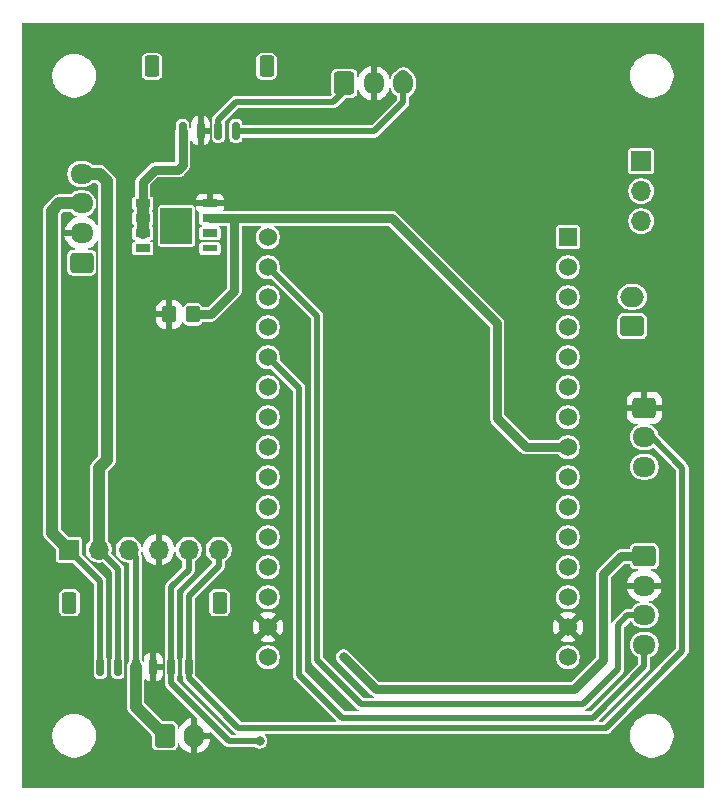
<source format=gbl>
G04 #@! TF.GenerationSoftware,KiCad,Pcbnew,9.0.0*
G04 #@! TF.CreationDate,2025-06-18T16:48:56-04:00*
G04 #@! TF.ProjectId,top_board,746f705f-626f-4617-9264-2e6b69636164,rev?*
G04 #@! TF.SameCoordinates,Original*
G04 #@! TF.FileFunction,Copper,L2,Bot*
G04 #@! TF.FilePolarity,Positive*
%FSLAX46Y46*%
G04 Gerber Fmt 4.6, Leading zero omitted, Abs format (unit mm)*
G04 Created by KiCad (PCBNEW 9.0.0) date 2025-06-18 16:48:56*
%MOMM*%
%LPD*%
G01*
G04 APERTURE LIST*
G04 Aperture macros list*
%AMRoundRect*
0 Rectangle with rounded corners*
0 $1 Rounding radius*
0 $2 $3 $4 $5 $6 $7 $8 $9 X,Y pos of 4 corners*
0 Add a 4 corners polygon primitive as box body*
4,1,4,$2,$3,$4,$5,$6,$7,$8,$9,$2,$3,0*
0 Add four circle primitives for the rounded corners*
1,1,$1+$1,$2,$3*
1,1,$1+$1,$4,$5*
1,1,$1+$1,$6,$7*
1,1,$1+$1,$8,$9*
0 Add four rect primitives between the rounded corners*
20,1,$1+$1,$2,$3,$4,$5,0*
20,1,$1+$1,$4,$5,$6,$7,0*
20,1,$1+$1,$6,$7,$8,$9,0*
20,1,$1+$1,$8,$9,$2,$3,0*%
G04 Aperture macros list end*
G04 #@! TA.AperFunction,ComponentPad*
%ADD10RoundRect,0.250000X0.750000X-0.600000X0.750000X0.600000X-0.750000X0.600000X-0.750000X-0.600000X0*%
G04 #@! TD*
G04 #@! TA.AperFunction,ComponentPad*
%ADD11O,2.000000X1.700000*%
G04 #@! TD*
G04 #@! TA.AperFunction,ComponentPad*
%ADD12R,1.700000X1.700000*%
G04 #@! TD*
G04 #@! TA.AperFunction,ComponentPad*
%ADD13O,1.700000X1.700000*%
G04 #@! TD*
G04 #@! TA.AperFunction,ComponentPad*
%ADD14RoundRect,0.250000X-0.600000X-0.725000X0.600000X-0.725000X0.600000X0.725000X-0.600000X0.725000X0*%
G04 #@! TD*
G04 #@! TA.AperFunction,ComponentPad*
%ADD15O,1.700000X1.950000*%
G04 #@! TD*
G04 #@! TA.AperFunction,ComponentPad*
%ADD16RoundRect,0.250000X-0.725000X0.600000X-0.725000X-0.600000X0.725000X-0.600000X0.725000X0.600000X0*%
G04 #@! TD*
G04 #@! TA.AperFunction,ComponentPad*
%ADD17O,1.950000X1.700000*%
G04 #@! TD*
G04 #@! TA.AperFunction,ComponentPad*
%ADD18RoundRect,0.250000X0.725000X-0.600000X0.725000X0.600000X-0.725000X0.600000X-0.725000X-0.600000X0*%
G04 #@! TD*
G04 #@! TA.AperFunction,ComponentPad*
%ADD19RoundRect,0.250000X-0.600000X-0.750000X0.600000X-0.750000X0.600000X0.750000X-0.600000X0.750000X0*%
G04 #@! TD*
G04 #@! TA.AperFunction,ComponentPad*
%ADD20O,1.700000X2.000000*%
G04 #@! TD*
G04 #@! TA.AperFunction,SMDPad,CuDef*
%ADD21RoundRect,0.150000X-0.150000X-0.600000X0.150000X-0.600000X0.150000X0.600000X-0.150000X0.600000X0*%
G04 #@! TD*
G04 #@! TA.AperFunction,SMDPad,CuDef*
%ADD22RoundRect,0.250000X-0.375000X-0.650000X0.375000X-0.650000X0.375000X0.650000X-0.375000X0.650000X0*%
G04 #@! TD*
G04 #@! TA.AperFunction,SMDPad,CuDef*
%ADD23R,1.310000X0.650000*%
G04 #@! TD*
G04 #@! TA.AperFunction,SMDPad,CuDef*
%ADD24R,1.310000X0.600000*%
G04 #@! TD*
G04 #@! TA.AperFunction,SMDPad,CuDef*
%ADD25R,1.325000X1.500000*%
G04 #@! TD*
G04 #@! TA.AperFunction,SMDPad,CuDef*
%ADD26RoundRect,0.250000X0.350000X0.450000X-0.350000X0.450000X-0.350000X-0.450000X0.350000X-0.450000X0*%
G04 #@! TD*
G04 #@! TA.AperFunction,ComponentPad*
%ADD27R,1.524000X1.524000*%
G04 #@! TD*
G04 #@! TA.AperFunction,ComponentPad*
%ADD28C,1.524000*%
G04 #@! TD*
G04 #@! TA.AperFunction,ViaPad*
%ADD29C,0.800000*%
G04 #@! TD*
G04 #@! TA.AperFunction,Conductor*
%ADD30C,0.550000*%
G04 #@! TD*
G04 #@! TA.AperFunction,Conductor*
%ADD31C,1.000000*%
G04 #@! TD*
G04 #@! TA.AperFunction,Conductor*
%ADD32C,0.750000*%
G04 #@! TD*
G04 APERTURE END LIST*
D10*
X240284000Y-78994000D03*
D11*
X240284000Y-76494000D03*
D12*
X192560000Y-97900000D03*
D13*
X195100000Y-97900000D03*
X197640000Y-97900000D03*
X200180000Y-97900000D03*
X202720000Y-97900000D03*
X205260000Y-97900000D03*
D14*
X215900000Y-58420000D03*
D15*
X218400000Y-58420000D03*
X220900000Y-58420000D03*
D16*
X241300000Y-98465000D03*
D17*
X241300000Y-100965000D03*
X241300000Y-103465000D03*
X241300000Y-105965000D03*
D16*
X241300000Y-85892000D03*
D17*
X241300000Y-88392000D03*
X241300000Y-90892000D03*
D12*
X241046000Y-65024000D03*
D13*
X241046000Y-67564000D03*
X241046000Y-70104000D03*
D18*
X193675000Y-73600000D03*
D17*
X193675000Y-71100000D03*
X193675000Y-68600000D03*
X193675000Y-66100000D03*
D19*
X200700000Y-113665000D03*
D20*
X203200000Y-113665000D03*
D21*
X195240000Y-107850000D03*
X196740000Y-107850000D03*
X198240000Y-107850000D03*
X199740000Y-107850000D03*
X201240000Y-107850000D03*
X202740000Y-107850000D03*
D22*
X192635000Y-102410000D03*
X205345000Y-102410000D03*
D23*
X204530000Y-68595000D03*
X204530000Y-69865000D03*
X204530000Y-71135000D03*
D24*
X204530000Y-72405000D03*
D23*
X198840000Y-72405000D03*
X198840000Y-71135000D03*
X198840000Y-69865000D03*
X198840000Y-68595000D03*
D25*
X202347500Y-71250000D03*
X202347500Y-69750000D03*
X201022500Y-71250000D03*
X201022500Y-69750000D03*
D21*
X202235000Y-62440000D03*
X203735000Y-62440000D03*
X205235000Y-62440000D03*
X206735000Y-62440000D03*
D22*
X199630000Y-57000000D03*
X209340000Y-57000000D03*
D26*
X203090000Y-78000000D03*
X201090000Y-78000000D03*
D27*
X234840000Y-71440000D03*
D28*
X234840000Y-73980000D03*
X234840000Y-76520000D03*
X234840000Y-79060000D03*
X234840000Y-81600000D03*
X234840000Y-84140000D03*
X234840000Y-86680000D03*
X234840000Y-89220000D03*
X234840000Y-91760000D03*
X234840000Y-94300000D03*
X234840000Y-96840000D03*
X234840000Y-99380000D03*
X234840000Y-101920000D03*
X234840000Y-104460000D03*
X234840000Y-107000000D03*
X209440000Y-107000000D03*
X209440000Y-104460000D03*
X209440000Y-101920000D03*
X209440000Y-99380000D03*
X209440000Y-96840000D03*
X209440000Y-94300000D03*
X209440000Y-91760000D03*
X209440000Y-89220000D03*
X209440000Y-86680000D03*
X209440000Y-84140000D03*
X209440000Y-81600000D03*
X209440000Y-79060000D03*
X209440000Y-76520000D03*
X209440000Y-73980000D03*
X209440000Y-71440000D03*
D29*
X201590000Y-70500000D03*
X215840000Y-107000000D03*
X208740000Y-114100000D03*
D30*
X198240000Y-107600000D02*
X198240000Y-98500000D01*
X198240000Y-98500000D02*
X197640000Y-97900000D01*
D31*
X198240000Y-111205000D02*
X198240000Y-107850000D01*
X200700000Y-113665000D02*
X198240000Y-111205000D01*
X191135000Y-69215000D02*
X191770000Y-68580000D01*
D30*
X195240000Y-100580000D02*
X192560000Y-97900000D01*
D31*
X192560000Y-97900000D02*
X191135000Y-96475000D01*
X191135000Y-96475000D02*
X191135000Y-69215000D01*
X191770000Y-68580000D02*
X193655000Y-68580000D01*
X193655000Y-68580000D02*
X193675000Y-68600000D01*
D30*
X195240000Y-107600000D02*
X195240000Y-100580000D01*
D31*
X195140000Y-97860000D02*
X195100000Y-97900000D01*
D30*
X196740000Y-99540000D02*
X195100000Y-97900000D01*
D31*
X195205000Y-66100000D02*
X195840000Y-66735000D01*
X195840000Y-66735000D02*
X195840000Y-90300000D01*
X193675000Y-66100000D02*
X195205000Y-66100000D01*
X195840000Y-90300000D02*
X195140000Y-91000000D01*
D30*
X196740000Y-107600000D02*
X196740000Y-99540000D01*
D31*
X195140000Y-91000000D02*
X195140000Y-97860000D01*
D32*
X237840000Y-107250000D02*
X237840000Y-100000000D01*
X215840000Y-107000000D02*
X218590000Y-109750000D01*
X218590000Y-109750000D02*
X235340000Y-109750000D01*
X235340000Y-109750000D02*
X237840000Y-107250000D01*
X239375000Y-98465000D02*
X241300000Y-98465000D01*
X237840000Y-100000000D02*
X239375000Y-98465000D01*
D30*
X213590000Y-107250000D02*
X217340000Y-111000000D01*
X239090000Y-108000000D02*
X239090000Y-104250000D01*
X209440000Y-73980000D02*
X213590000Y-78130000D01*
X217340000Y-111000000D02*
X236090000Y-111000000D01*
X213590000Y-78130000D02*
X213590000Y-107250000D01*
X239090000Y-104250000D02*
X239875000Y-103465000D01*
X236090000Y-111000000D02*
X239090000Y-108000000D01*
X239875000Y-103465000D02*
X241300000Y-103465000D01*
X209440000Y-81600000D02*
X212090000Y-84250000D01*
X215719867Y-112129867D02*
X236960133Y-112129867D01*
X236960133Y-112129867D02*
X241300000Y-107790000D01*
X241300000Y-107790000D02*
X241300000Y-105965000D01*
X212090000Y-84250000D02*
X212090000Y-108500000D01*
X212090000Y-108500000D02*
X215719867Y-112129867D01*
X205260000Y-97900000D02*
X205260000Y-99280000D01*
X205260000Y-99280000D02*
X202740000Y-101800000D01*
X238040000Y-113000000D02*
X244540000Y-106500000D01*
X202740000Y-108800000D02*
X206940000Y-113000000D01*
X244540000Y-91000000D02*
X241932000Y-88392000D01*
X202740000Y-101800000D02*
X202740000Y-108800000D01*
X241932000Y-88392000D02*
X241300000Y-88392000D01*
X244540000Y-106500000D02*
X244540000Y-91000000D01*
X206940000Y-113000000D02*
X238040000Y-113000000D01*
X206140000Y-114100000D02*
X201240000Y-109200000D01*
X201240000Y-101100000D02*
X202720000Y-99620000D01*
X202720000Y-99620000D02*
X202720000Y-97900000D01*
X201240000Y-109200000D02*
X201240000Y-101100000D01*
X208740000Y-114100000D02*
X206140000Y-114100000D01*
X206795000Y-62500000D02*
X218440000Y-62500000D01*
X206735000Y-62440000D02*
X206795000Y-62500000D01*
X218440000Y-62500000D02*
X220900000Y-60040000D01*
D31*
X220900000Y-58420000D02*
X220900000Y-57825000D01*
D30*
X220900000Y-60040000D02*
X220900000Y-58420000D01*
D32*
X202235000Y-65355000D02*
X201840000Y-65750000D01*
X198840000Y-66750000D02*
X198840000Y-68595000D01*
X201840000Y-65750000D02*
X199840000Y-65750000D01*
X202235000Y-62440000D02*
X202235000Y-65355000D01*
D31*
X198840000Y-71135000D02*
X198840000Y-68595000D01*
D32*
X199840000Y-65750000D02*
X198840000Y-66750000D01*
D30*
X205235000Y-61505000D02*
X206740000Y-60000000D01*
X215900000Y-59040000D02*
X215900000Y-58420000D01*
X205235000Y-62440000D02*
X205235000Y-61505000D01*
X206740000Y-60000000D02*
X214940000Y-60000000D01*
X214940000Y-60000000D02*
X215900000Y-59040000D01*
D32*
X204530000Y-69865000D02*
X206955000Y-69865000D01*
X204590000Y-78000000D02*
X206590000Y-76000000D01*
X228840000Y-78750000D02*
X228840000Y-86750000D01*
X219955000Y-69865000D02*
X228840000Y-78750000D01*
X207225000Y-69865000D02*
X219955000Y-69865000D01*
X231310000Y-89220000D02*
X234840000Y-89220000D01*
X203090000Y-78000000D02*
X204590000Y-78000000D01*
X206590000Y-76000000D02*
X206590000Y-69865000D01*
X228840000Y-86750000D02*
X231310000Y-89220000D01*
G04 #@! TA.AperFunction,Conductor*
G36*
X201630108Y-98096445D02*
G01*
X201641097Y-98122972D01*
X201646598Y-98157704D01*
X201700127Y-98322446D01*
X201778769Y-98476790D01*
X201880584Y-98616926D01*
X202003073Y-98739415D01*
X202065369Y-98784676D01*
X202143212Y-98841232D01*
X202160920Y-98850254D01*
X202191489Y-98886045D01*
X202194500Y-98905051D01*
X202194500Y-99376856D01*
X202176487Y-99420343D01*
X200819498Y-100777331D01*
X200819494Y-100777336D01*
X200750311Y-100897166D01*
X200750310Y-100897168D01*
X200742743Y-100925408D01*
X200714499Y-101030814D01*
X200714499Y-101174134D01*
X200714500Y-101174147D01*
X200714500Y-107090019D01*
X200707798Y-107117935D01*
X200704354Y-107124696D01*
X200704354Y-107124697D01*
X200704353Y-107124700D01*
X200689500Y-107218477D01*
X200689500Y-108481513D01*
X200689501Y-108481523D01*
X200704353Y-108575301D01*
X200704353Y-108575302D01*
X200704354Y-108575304D01*
X200707797Y-108582061D01*
X200714500Y-108609981D01*
X200714500Y-109127037D01*
X200714499Y-109127055D01*
X200714499Y-109130817D01*
X200714499Y-109269183D01*
X200729590Y-109325500D01*
X200750312Y-109402836D01*
X200819495Y-109522665D01*
X200819498Y-109522668D01*
X200920833Y-109624004D01*
X200920847Y-109624016D01*
X203435987Y-112139156D01*
X203454000Y-112182643D01*
X203454000Y-113234297D01*
X203392993Y-113199075D01*
X203265826Y-113165000D01*
X203134174Y-113165000D01*
X203007007Y-113199075D01*
X202946000Y-113234297D01*
X202946000Y-112180302D01*
X202881999Y-112190439D01*
X202678709Y-112256491D01*
X202678708Y-112256492D01*
X202488250Y-112353535D01*
X202315325Y-112479174D01*
X202164174Y-112630325D01*
X202038535Y-112803250D01*
X201941492Y-112993707D01*
X201920489Y-113058350D01*
X201889919Y-113094142D01*
X201842994Y-113097835D01*
X201807202Y-113067265D01*
X201800499Y-113039345D01*
X201800499Y-112867127D01*
X201794091Y-112807518D01*
X201794090Y-112807514D01*
X201787174Y-112788972D01*
X201743796Y-112672669D01*
X201657546Y-112557454D01*
X201546734Y-112474500D01*
X201542333Y-112471205D01*
X201542328Y-112471203D01*
X201407487Y-112420910D01*
X201407485Y-112420909D01*
X201407483Y-112420909D01*
X201347873Y-112414500D01*
X201347872Y-112414500D01*
X200536341Y-112414500D01*
X200492854Y-112396487D01*
X199008513Y-110912145D01*
X198990500Y-110868658D01*
X198990500Y-108929527D01*
X199008513Y-108886040D01*
X199052000Y-108868027D01*
X199095487Y-108886040D01*
X199183500Y-108974053D01*
X199326604Y-109058683D01*
X199326605Y-109058684D01*
X199485999Y-109104991D01*
X199486000Y-109104991D01*
X199994000Y-109104991D01*
X200153394Y-109058684D01*
X200153395Y-109058683D01*
X200296499Y-108974053D01*
X200414053Y-108856499D01*
X200498683Y-108713395D01*
X200498684Y-108713393D01*
X200545064Y-108553756D01*
X200545066Y-108553745D01*
X200548000Y-108516461D01*
X200548000Y-108104000D01*
X199994000Y-108104000D01*
X199994000Y-109104991D01*
X199486000Y-109104991D01*
X199486000Y-107596000D01*
X199994000Y-107596000D01*
X200547999Y-107596000D01*
X200547999Y-107183552D01*
X200545064Y-107146244D01*
X200498684Y-106986606D01*
X200498683Y-106986604D01*
X200414053Y-106843500D01*
X200296499Y-106725946D01*
X200153398Y-106641318D01*
X200153399Y-106641318D01*
X199994000Y-106595006D01*
X199994000Y-107596000D01*
X199486000Y-107596000D01*
X199486000Y-106595007D01*
X199485999Y-106595006D01*
X199326600Y-106641318D01*
X199183500Y-106725946D01*
X199065946Y-106843500D01*
X198981316Y-106986604D01*
X198981315Y-106986606D01*
X198934935Y-107146243D01*
X198934933Y-107146254D01*
X198932000Y-107183538D01*
X198932000Y-107332579D01*
X198931857Y-107332923D01*
X198931996Y-107333269D01*
X198922880Y-107354596D01*
X198913987Y-107376066D01*
X198913642Y-107376208D01*
X198913496Y-107376551D01*
X198891966Y-107385187D01*
X198870500Y-107394079D01*
X198870155Y-107393936D01*
X198869810Y-107394075D01*
X198865508Y-107392011D01*
X198827013Y-107376066D01*
X198826528Y-107375575D01*
X198823653Y-107372634D01*
X198822951Y-107371584D01*
X198808291Y-107356924D01*
X198808027Y-107356654D01*
X198799390Y-107335124D01*
X198790499Y-107313658D01*
X198790499Y-107218486D01*
X198790498Y-107218476D01*
X198779060Y-107146254D01*
X198775646Y-107124696D01*
X198772201Y-107117935D01*
X198765500Y-107090019D01*
X198765500Y-98430814D01*
X198765499Y-98430813D01*
X198729690Y-98297170D01*
X198729689Y-98297168D01*
X198729688Y-98297164D01*
X198703960Y-98252603D01*
X198697574Y-98206871D01*
X198698081Y-98204850D01*
X198713402Y-98157701D01*
X198719331Y-98120262D01*
X198719998Y-98117610D01*
X198732523Y-98100746D01*
X198743496Y-98082840D01*
X198746327Y-98082160D01*
X198748064Y-98079822D01*
X198768844Y-98076753D01*
X198789265Y-98071851D01*
X198791747Y-98073372D01*
X198794629Y-98072947D01*
X198811492Y-98085472D01*
X198829399Y-98096445D01*
X198830790Y-98099805D01*
X198832417Y-98101013D01*
X198833040Y-98105235D01*
X198840388Y-98122973D01*
X198855439Y-98218001D01*
X198921491Y-98421290D01*
X198921492Y-98421291D01*
X199018535Y-98611749D01*
X199144174Y-98784674D01*
X199144175Y-98784676D01*
X199295324Y-98935825D01*
X199468250Y-99061464D01*
X199658708Y-99158507D01*
X199658709Y-99158508D01*
X199861999Y-99224560D01*
X199925999Y-99234697D01*
X199926000Y-99234697D01*
X199926000Y-98330702D01*
X199987007Y-98365925D01*
X200114174Y-98400000D01*
X200245826Y-98400000D01*
X200372993Y-98365925D01*
X200434000Y-98330702D01*
X200434000Y-99234697D01*
X200498000Y-99224560D01*
X200701290Y-99158508D01*
X200701291Y-99158507D01*
X200891749Y-99061464D01*
X201064674Y-98935825D01*
X201064676Y-98935825D01*
X201215825Y-98784676D01*
X201215825Y-98784674D01*
X201341464Y-98611749D01*
X201438507Y-98421291D01*
X201438508Y-98421290D01*
X201504560Y-98218000D01*
X201519611Y-98122974D01*
X201544205Y-98082840D01*
X201589974Y-98071851D01*
X201630108Y-98096445D01*
G37*
G04 #@! TD.AperFunction*
G04 #@! TA.AperFunction,Conductor*
G36*
X240060339Y-99108513D02*
G01*
X240078000Y-99145426D01*
X240080908Y-99172481D01*
X240080909Y-99172485D01*
X240124287Y-99288786D01*
X240131204Y-99307331D01*
X240217454Y-99422546D01*
X240332669Y-99508796D01*
X240467517Y-99559091D01*
X240527127Y-99565500D01*
X240699345Y-99565499D01*
X240742830Y-99583512D01*
X240760843Y-99626999D01*
X240742830Y-99670486D01*
X240718348Y-99685489D01*
X240653707Y-99706492D01*
X240463250Y-99803535D01*
X240290325Y-99929174D01*
X240139174Y-100080325D01*
X240013535Y-100253250D01*
X239916492Y-100443708D01*
X239916491Y-100443709D01*
X239850439Y-100646999D01*
X239840302Y-100711000D01*
X240898164Y-100711000D01*
X240857370Y-100781657D01*
X240825000Y-100902465D01*
X240825000Y-101027535D01*
X240857370Y-101148343D01*
X240898164Y-101219000D01*
X239840302Y-101219000D01*
X239850439Y-101283000D01*
X239916491Y-101486290D01*
X239916492Y-101486291D01*
X240013535Y-101676749D01*
X240139174Y-101849674D01*
X240139175Y-101849676D01*
X240290324Y-102000825D01*
X240463250Y-102126464D01*
X240653708Y-102223507D01*
X240653709Y-102223508D01*
X240857001Y-102289561D01*
X240859349Y-102290125D01*
X240859033Y-102291439D01*
X240895752Y-102313897D01*
X240906780Y-102359657D01*
X240882221Y-102399812D01*
X240865034Y-102408579D01*
X240752553Y-102445127D01*
X240598209Y-102523769D01*
X240458073Y-102625584D01*
X240458073Y-102625585D01*
X240458072Y-102625586D01*
X240335586Y-102748072D01*
X240335585Y-102748073D01*
X240335584Y-102748073D01*
X240233771Y-102888206D01*
X240233768Y-102888212D01*
X240224745Y-102905920D01*
X240188955Y-102936489D01*
X240169949Y-102939500D01*
X239947963Y-102939500D01*
X239947947Y-102939499D01*
X239944184Y-102939499D01*
X239805817Y-102939499D01*
X239805815Y-102939499D01*
X239672169Y-102975309D01*
X239672165Y-102975311D01*
X239552336Y-103044494D01*
X239552331Y-103044498D01*
X238669498Y-103927331D01*
X238669494Y-103927336D01*
X238600310Y-104047167D01*
X238598216Y-104054984D01*
X238598216Y-104054987D01*
X238586404Y-104099068D01*
X238557749Y-104136411D01*
X238511082Y-104142554D01*
X238473739Y-104113899D01*
X238465500Y-104083150D01*
X238465500Y-100284564D01*
X238483513Y-100241077D01*
X239616077Y-99108513D01*
X239659564Y-99090500D01*
X240016852Y-99090500D01*
X240060339Y-99108513D01*
G37*
G04 #@! TD.AperFunction*
G04 #@! TA.AperFunction,Conductor*
G36*
X246361487Y-53358513D02*
G01*
X246379500Y-53402000D01*
X246379500Y-118048000D01*
X246361487Y-118091487D01*
X246318000Y-118109500D01*
X188657000Y-118109500D01*
X188613513Y-118091487D01*
X188595500Y-118048000D01*
X188595500Y-113543706D01*
X191189500Y-113543706D01*
X191189500Y-113786293D01*
X191221163Y-114026796D01*
X191280213Y-114247169D01*
X191283946Y-114261100D01*
X191376776Y-114485212D01*
X191437095Y-114589687D01*
X191498065Y-114695292D01*
X191498066Y-114695293D01*
X191645733Y-114887736D01*
X191817263Y-115059266D01*
X192009706Y-115206933D01*
X192009707Y-115206934D01*
X192054102Y-115232565D01*
X192219788Y-115328224D01*
X192443900Y-115421054D01*
X192608591Y-115465183D01*
X192678203Y-115483836D01*
X192678204Y-115483836D01*
X192678211Y-115483838D01*
X192918712Y-115515500D01*
X192918715Y-115515500D01*
X193161285Y-115515500D01*
X193161288Y-115515500D01*
X193401789Y-115483838D01*
X193636100Y-115421054D01*
X193860212Y-115328224D01*
X194070289Y-115206936D01*
X194262738Y-115059265D01*
X194434265Y-114887738D01*
X194581936Y-114695289D01*
X194703224Y-114485212D01*
X194796054Y-114261100D01*
X194858838Y-114026789D01*
X194890500Y-113786288D01*
X194890500Y-113543712D01*
X194858838Y-113303211D01*
X194796054Y-113068900D01*
X194703224Y-112844788D01*
X194581936Y-112634711D01*
X194581934Y-112634707D01*
X194581933Y-112634706D01*
X194434266Y-112442263D01*
X194262736Y-112270733D01*
X194070293Y-112123066D01*
X194070292Y-112123065D01*
X193965250Y-112062420D01*
X193860212Y-112001776D01*
X193636100Y-111908946D01*
X193636094Y-111908944D01*
X193401796Y-111846163D01*
X193401789Y-111846162D01*
X193376185Y-111842791D01*
X193161293Y-111814500D01*
X193161288Y-111814500D01*
X192918712Y-111814500D01*
X192918706Y-111814500D01*
X192678203Y-111846163D01*
X192443905Y-111908944D01*
X192443899Y-111908946D01*
X192219790Y-112001775D01*
X192009707Y-112123065D01*
X192009706Y-112123066D01*
X191817263Y-112270733D01*
X191645733Y-112442263D01*
X191498066Y-112634706D01*
X191498065Y-112634707D01*
X191376775Y-112844790D01*
X191283946Y-113068899D01*
X191283944Y-113068905D01*
X191221163Y-113303203D01*
X191189500Y-113543706D01*
X188595500Y-113543706D01*
X188595500Y-101712128D01*
X191759500Y-101712128D01*
X191759500Y-103107872D01*
X191765908Y-103167481D01*
X191765909Y-103167485D01*
X191765910Y-103167487D01*
X191816204Y-103302331D01*
X191902454Y-103417546D01*
X192017669Y-103503796D01*
X192152517Y-103554091D01*
X192212127Y-103560500D01*
X193057872Y-103560499D01*
X193117483Y-103554091D01*
X193252331Y-103503796D01*
X193367546Y-103417546D01*
X193453796Y-103302331D01*
X193504091Y-103167483D01*
X193510500Y-103107873D01*
X193510499Y-101712128D01*
X193504091Y-101652517D01*
X193453796Y-101517669D01*
X193367546Y-101402454D01*
X193290924Y-101345095D01*
X193252333Y-101316205D01*
X193252328Y-101316203D01*
X193117487Y-101265910D01*
X193117485Y-101265909D01*
X193117483Y-101265909D01*
X193057873Y-101259500D01*
X193057871Y-101259500D01*
X192212127Y-101259500D01*
X192152518Y-101265908D01*
X192152514Y-101265909D01*
X192017671Y-101316203D01*
X192017666Y-101316205D01*
X191902454Y-101402454D01*
X191816205Y-101517666D01*
X191816203Y-101517671D01*
X191765910Y-101652512D01*
X191759500Y-101712128D01*
X188595500Y-101712128D01*
X188595500Y-69141078D01*
X190384500Y-69141078D01*
X190384500Y-96548921D01*
X190413340Y-96693906D01*
X190413345Y-96693923D01*
X190469916Y-96830496D01*
X190487206Y-96856371D01*
X190495911Y-96869399D01*
X190551276Y-96952261D01*
X190552051Y-96953420D01*
X191441487Y-97842854D01*
X191459500Y-97886341D01*
X191459500Y-98774677D01*
X191474032Y-98847738D01*
X191487146Y-98867364D01*
X191529399Y-98930601D01*
X191584266Y-98967261D01*
X191612261Y-98985967D01*
X191670473Y-98997545D01*
X191685322Y-99000499D01*
X191685323Y-99000500D01*
X191685326Y-99000500D01*
X192891857Y-99000500D01*
X192935344Y-99018513D01*
X194696487Y-100779656D01*
X194714500Y-100823143D01*
X194714500Y-107090019D01*
X194707798Y-107117935D01*
X194704354Y-107124696D01*
X194704354Y-107124697D01*
X194704353Y-107124700D01*
X194689500Y-107218477D01*
X194689500Y-108481513D01*
X194689501Y-108481523D01*
X194704353Y-108575301D01*
X194704353Y-108575302D01*
X194704354Y-108575304D01*
X194761950Y-108688342D01*
X194761952Y-108688345D01*
X194851654Y-108778047D01*
X194851656Y-108778048D01*
X194851658Y-108778050D01*
X194964696Y-108835646D01*
X195058481Y-108850500D01*
X195421518Y-108850499D01*
X195515304Y-108835646D01*
X195628342Y-108778050D01*
X195718050Y-108688342D01*
X195775646Y-108575304D01*
X195790500Y-108481519D01*
X195790499Y-107218482D01*
X195775646Y-107124696D01*
X195772201Y-107117935D01*
X195765500Y-107090019D01*
X195765500Y-100510814D01*
X195765499Y-100510813D01*
X195729690Y-100377170D01*
X195729689Y-100377168D01*
X195729688Y-100377164D01*
X195660505Y-100257335D01*
X195562665Y-100159495D01*
X195560522Y-100157352D01*
X195560511Y-100157342D01*
X193678513Y-98275344D01*
X193660500Y-98231857D01*
X193660500Y-97025323D01*
X193660499Y-97025322D01*
X193645967Y-96952261D01*
X193632172Y-96931615D01*
X193590601Y-96869399D01*
X193526544Y-96826598D01*
X193507738Y-96814032D01*
X193434677Y-96799500D01*
X193434674Y-96799500D01*
X192546341Y-96799500D01*
X192502854Y-96781487D01*
X191903513Y-96182145D01*
X191885500Y-96138658D01*
X191885500Y-69551341D01*
X191903513Y-69507854D01*
X192062854Y-69348513D01*
X192106341Y-69330500D01*
X192698684Y-69330500D01*
X192742171Y-69348513D01*
X192833073Y-69439415D01*
X192952064Y-69525867D01*
X192973212Y-69541232D01*
X193127555Y-69619873D01*
X193222605Y-69650757D01*
X193240034Y-69656420D01*
X193275826Y-69686990D01*
X193279519Y-69733915D01*
X193248949Y-69769707D01*
X193234254Y-69774481D01*
X193234349Y-69774875D01*
X193232001Y-69775438D01*
X193028709Y-69841491D01*
X193028708Y-69841492D01*
X192838250Y-69938535D01*
X192665325Y-70064174D01*
X192514174Y-70215325D01*
X192388535Y-70388250D01*
X192291492Y-70578708D01*
X192291491Y-70578709D01*
X192225439Y-70781999D01*
X192215302Y-70846000D01*
X193273164Y-70846000D01*
X193232370Y-70916657D01*
X193200000Y-71037465D01*
X193200000Y-71162535D01*
X193232370Y-71283343D01*
X193273164Y-71354000D01*
X192215302Y-71354000D01*
X192225439Y-71418000D01*
X192291491Y-71621290D01*
X192291492Y-71621291D01*
X192388535Y-71811749D01*
X192514174Y-71984674D01*
X192514175Y-71984676D01*
X192665324Y-72135825D01*
X192838250Y-72261464D01*
X193028708Y-72358507D01*
X193028709Y-72358508D01*
X193093349Y-72379510D01*
X193129142Y-72410079D01*
X193132835Y-72457004D01*
X193102266Y-72492797D01*
X193074345Y-72499500D01*
X192902127Y-72499500D01*
X192842518Y-72505908D01*
X192842514Y-72505909D01*
X192707671Y-72556203D01*
X192707666Y-72556205D01*
X192592454Y-72642454D01*
X192506205Y-72757666D01*
X192506203Y-72757671D01*
X192455910Y-72892512D01*
X192449500Y-72952128D01*
X192449500Y-74247872D01*
X192455908Y-74307481D01*
X192455909Y-74307485D01*
X192506203Y-74442328D01*
X192506205Y-74442333D01*
X192540627Y-74488314D01*
X192592454Y-74557546D01*
X192707669Y-74643796D01*
X192842517Y-74694091D01*
X192902127Y-74700500D01*
X194447872Y-74700499D01*
X194507483Y-74694091D01*
X194642331Y-74643796D01*
X194757546Y-74557546D01*
X194843796Y-74442331D01*
X194894091Y-74307483D01*
X194900500Y-74247873D01*
X194900499Y-72952128D01*
X194894091Y-72892517D01*
X194843796Y-72757669D01*
X194757546Y-72642454D01*
X194688314Y-72590627D01*
X194642333Y-72556205D01*
X194642328Y-72556203D01*
X194507487Y-72505910D01*
X194507485Y-72505909D01*
X194507483Y-72505909D01*
X194447873Y-72499500D01*
X194447872Y-72499500D01*
X194275656Y-72499500D01*
X194232169Y-72481487D01*
X194214156Y-72438000D01*
X194232169Y-72394513D01*
X194256652Y-72379510D01*
X194321290Y-72358508D01*
X194321291Y-72358507D01*
X194511749Y-72261464D01*
X194684674Y-72135825D01*
X194684676Y-72135825D01*
X194835825Y-71984676D01*
X194835825Y-71984674D01*
X194961464Y-71811749D01*
X194973203Y-71788711D01*
X195008995Y-71758141D01*
X195055920Y-71761834D01*
X195086490Y-71797626D01*
X195089500Y-71816631D01*
X195089500Y-89963657D01*
X195071487Y-90007144D01*
X194557051Y-90521579D01*
X194518354Y-90579495D01*
X194474917Y-90644503D01*
X194474913Y-90644511D01*
X194418345Y-90781076D01*
X194418340Y-90781093D01*
X194389500Y-90926078D01*
X194389500Y-97028684D01*
X194371487Y-97072171D01*
X194260586Y-97183072D01*
X194260585Y-97183073D01*
X194260584Y-97183073D01*
X194158769Y-97323209D01*
X194080127Y-97477553D01*
X194026598Y-97642296D01*
X193999500Y-97813385D01*
X193999500Y-97986614D01*
X194026598Y-98157703D01*
X194080127Y-98322446D01*
X194158769Y-98476790D01*
X194260584Y-98616926D01*
X194383073Y-98739415D01*
X194523206Y-98841228D01*
X194523212Y-98841232D01*
X194677555Y-98919873D01*
X194842296Y-98973401D01*
X194842299Y-98973402D01*
X195013389Y-99000500D01*
X195013393Y-99000500D01*
X195186607Y-99000500D01*
X195186611Y-99000500D01*
X195357701Y-98973402D01*
X195357704Y-98973401D01*
X195357705Y-98973401D01*
X195376600Y-98967261D01*
X195423525Y-98970952D01*
X195439094Y-98982263D01*
X196196487Y-99739656D01*
X196214500Y-99783143D01*
X196214500Y-107090019D01*
X196207798Y-107117935D01*
X196204354Y-107124696D01*
X196204354Y-107124697D01*
X196204353Y-107124700D01*
X196189500Y-107218477D01*
X196189500Y-108481513D01*
X196189501Y-108481523D01*
X196204353Y-108575301D01*
X196204353Y-108575302D01*
X196204354Y-108575304D01*
X196261950Y-108688342D01*
X196261952Y-108688345D01*
X196351654Y-108778047D01*
X196351656Y-108778048D01*
X196351658Y-108778050D01*
X196464696Y-108835646D01*
X196558481Y-108850500D01*
X196921518Y-108850499D01*
X197015304Y-108835646D01*
X197128342Y-108778050D01*
X197218050Y-108688342D01*
X197275646Y-108575304D01*
X197290500Y-108481519D01*
X197290499Y-107218482D01*
X197275646Y-107124696D01*
X197272201Y-107117935D01*
X197265500Y-107090019D01*
X197265500Y-99470814D01*
X197265499Y-99470813D01*
X197229690Y-99337170D01*
X197229689Y-99337168D01*
X197229688Y-99337164D01*
X197160505Y-99217335D01*
X197062665Y-99119495D01*
X197060522Y-99117352D01*
X197060511Y-99117342D01*
X196182263Y-98239094D01*
X196164250Y-98195607D01*
X196167261Y-98176600D01*
X196173401Y-98157705D01*
X196173401Y-98157704D01*
X196173401Y-98157703D01*
X196173402Y-98157701D01*
X196200500Y-97986611D01*
X196200500Y-97813389D01*
X196200499Y-97813385D01*
X196539500Y-97813385D01*
X196539500Y-97986614D01*
X196566598Y-98157703D01*
X196620127Y-98322446D01*
X196698769Y-98476790D01*
X196800584Y-98616926D01*
X196923073Y-98739415D01*
X197063206Y-98841228D01*
X197063212Y-98841232D01*
X197217555Y-98919873D01*
X197382296Y-98973401D01*
X197382299Y-98973402D01*
X197553389Y-99000500D01*
X197653000Y-99000500D01*
X197696487Y-99018513D01*
X197714500Y-99062000D01*
X197714500Y-107090019D01*
X197707798Y-107117935D01*
X197704354Y-107124696D01*
X197704354Y-107124697D01*
X197704353Y-107124700D01*
X197689500Y-107218477D01*
X197689500Y-107313658D01*
X197671488Y-107357144D01*
X197657048Y-107371584D01*
X197574918Y-107494501D01*
X197574913Y-107494511D01*
X197518345Y-107631076D01*
X197518340Y-107631093D01*
X197489500Y-107776078D01*
X197489500Y-111278921D01*
X197518340Y-111423906D01*
X197518345Y-111423923D01*
X197560421Y-111525501D01*
X197574916Y-111560495D01*
X197574917Y-111560496D01*
X197604230Y-111604367D01*
X197604229Y-111604367D01*
X197657046Y-111683414D01*
X197657051Y-111683420D01*
X199581487Y-113607854D01*
X199599500Y-113651341D01*
X199599500Y-114462872D01*
X199605908Y-114522481D01*
X199605909Y-114522485D01*
X199656203Y-114657328D01*
X199656205Y-114657333D01*
X199670529Y-114676467D01*
X199742454Y-114772546D01*
X199857669Y-114858796D01*
X199992517Y-114909091D01*
X200052127Y-114915500D01*
X201347872Y-114915499D01*
X201407483Y-114909091D01*
X201542331Y-114858796D01*
X201657546Y-114772546D01*
X201743796Y-114657331D01*
X201794091Y-114522483D01*
X201800500Y-114462873D01*
X201800499Y-114290653D01*
X201818512Y-114247169D01*
X201861999Y-114229156D01*
X201905486Y-114247169D01*
X201920489Y-114271651D01*
X201941492Y-114336292D01*
X202038535Y-114526749D01*
X202164174Y-114699674D01*
X202164175Y-114699676D01*
X202315324Y-114850825D01*
X202488250Y-114976464D01*
X202678708Y-115073507D01*
X202678709Y-115073508D01*
X202881999Y-115139560D01*
X202945999Y-115149697D01*
X202946000Y-115149697D01*
X202946000Y-114095702D01*
X203007007Y-114130925D01*
X203134174Y-114165000D01*
X203265826Y-114165000D01*
X203392993Y-114130925D01*
X203454000Y-114095702D01*
X203454000Y-115149697D01*
X203518000Y-115139560D01*
X203721290Y-115073508D01*
X203721291Y-115073507D01*
X203911749Y-114976464D01*
X204084674Y-114850825D01*
X204084676Y-114850825D01*
X204235825Y-114699676D01*
X204235825Y-114699674D01*
X204361464Y-114526749D01*
X204458507Y-114336291D01*
X204458508Y-114336290D01*
X204524560Y-114133001D01*
X204557999Y-113921880D01*
X204558000Y-113921872D01*
X204558000Y-113919000D01*
X203630703Y-113919000D01*
X203665925Y-113857993D01*
X203700000Y-113730826D01*
X203700000Y-113599174D01*
X203665925Y-113472007D01*
X203630703Y-113411000D01*
X204558000Y-113411000D01*
X204558000Y-113409643D01*
X204576013Y-113366156D01*
X204619500Y-113348143D01*
X204662987Y-113366156D01*
X205717342Y-114420511D01*
X205717347Y-114420517D01*
X205719495Y-114422665D01*
X205817335Y-114520505D01*
X205937164Y-114589688D01*
X205995340Y-114605276D01*
X206070814Y-114625500D01*
X206070816Y-114625500D01*
X206070817Y-114625500D01*
X208336943Y-114625500D01*
X208371109Y-114635864D01*
X208431873Y-114676465D01*
X208477318Y-114695289D01*
X208550247Y-114725498D01*
X208550252Y-114725499D01*
X208550256Y-114725501D01*
X208675927Y-114750499D01*
X208675928Y-114750500D01*
X208675931Y-114750500D01*
X208804072Y-114750500D01*
X208804072Y-114750499D01*
X208929744Y-114725501D01*
X208929749Y-114725498D01*
X208929752Y-114725498D01*
X208960359Y-114712819D01*
X209048127Y-114676465D01*
X209154669Y-114605276D01*
X209245276Y-114514669D01*
X209316465Y-114408127D01*
X209352819Y-114320359D01*
X209365498Y-114289752D01*
X209365498Y-114289749D01*
X209365501Y-114289744D01*
X209390499Y-114164072D01*
X209390500Y-114164072D01*
X209390500Y-114035928D01*
X209390499Y-114035927D01*
X209365502Y-113910261D01*
X209365498Y-113910247D01*
X209316467Y-113791879D01*
X209316465Y-113791873D01*
X209245276Y-113685331D01*
X209190432Y-113630487D01*
X209172419Y-113587000D01*
X209190352Y-113543706D01*
X240084500Y-113543706D01*
X240084500Y-113786293D01*
X240116163Y-114026796D01*
X240175213Y-114247169D01*
X240178946Y-114261100D01*
X240271776Y-114485212D01*
X240332095Y-114589687D01*
X240393065Y-114695292D01*
X240393066Y-114695293D01*
X240540733Y-114887736D01*
X240712263Y-115059266D01*
X240904706Y-115206933D01*
X240904707Y-115206934D01*
X240949102Y-115232565D01*
X241114788Y-115328224D01*
X241338900Y-115421054D01*
X241503591Y-115465183D01*
X241573203Y-115483836D01*
X241573204Y-115483836D01*
X241573211Y-115483838D01*
X241813712Y-115515500D01*
X241813715Y-115515500D01*
X242056285Y-115515500D01*
X242056288Y-115515500D01*
X242296789Y-115483838D01*
X242531100Y-115421054D01*
X242755212Y-115328224D01*
X242965289Y-115206936D01*
X243157738Y-115059265D01*
X243329265Y-114887738D01*
X243476936Y-114695289D01*
X243598224Y-114485212D01*
X243691054Y-114261100D01*
X243753838Y-114026789D01*
X243785500Y-113786288D01*
X243785500Y-113543712D01*
X243753838Y-113303211D01*
X243691054Y-113068900D01*
X243598224Y-112844788D01*
X243476936Y-112634711D01*
X243476934Y-112634707D01*
X243476933Y-112634706D01*
X243329266Y-112442263D01*
X243157736Y-112270733D01*
X242965293Y-112123066D01*
X242965292Y-112123065D01*
X242860250Y-112062420D01*
X242755212Y-112001776D01*
X242531100Y-111908946D01*
X242531094Y-111908944D01*
X242296796Y-111846163D01*
X242296789Y-111846162D01*
X242271185Y-111842791D01*
X242056293Y-111814500D01*
X242056288Y-111814500D01*
X241813712Y-111814500D01*
X241813706Y-111814500D01*
X241573203Y-111846163D01*
X241338905Y-111908944D01*
X241338899Y-111908946D01*
X241114790Y-112001775D01*
X240904707Y-112123065D01*
X240904706Y-112123066D01*
X240712263Y-112270733D01*
X240540733Y-112442263D01*
X240393066Y-112634706D01*
X240393065Y-112634707D01*
X240271775Y-112844790D01*
X240178946Y-113068899D01*
X240178944Y-113068905D01*
X240116163Y-113303203D01*
X240084500Y-113543706D01*
X209190352Y-113543706D01*
X209190432Y-113543513D01*
X209233919Y-113525500D01*
X237967038Y-113525500D01*
X237967054Y-113525501D01*
X237970817Y-113525501D01*
X238109184Y-113525501D01*
X238127117Y-113520695D01*
X238214591Y-113497256D01*
X238242836Y-113489688D01*
X238362665Y-113420505D01*
X238460505Y-113322665D01*
X238460505Y-113322663D01*
X238465563Y-113317606D01*
X238465567Y-113317601D01*
X244857601Y-106925567D01*
X244857606Y-106925563D01*
X244862663Y-106920505D01*
X244862665Y-106920505D01*
X244960505Y-106822665D01*
X245029688Y-106702836D01*
X245065499Y-106569185D01*
X245065500Y-106569185D01*
X245065500Y-91074147D01*
X245065501Y-91074134D01*
X245065501Y-90930814D01*
X245031784Y-90804987D01*
X245031784Y-90804984D01*
X245029689Y-90797167D01*
X245029688Y-90797165D01*
X245029688Y-90797164D01*
X244960505Y-90677335D01*
X244862665Y-90579495D01*
X244860522Y-90577352D01*
X244860511Y-90577342D01*
X242527763Y-88244594D01*
X242510507Y-88210728D01*
X242509996Y-88207500D01*
X242498402Y-88134299D01*
X242444873Y-87969555D01*
X242366232Y-87815212D01*
X242277076Y-87692500D01*
X242264415Y-87675073D01*
X242141926Y-87552584D01*
X242001790Y-87450769D01*
X241847446Y-87372127D01*
X241844225Y-87371081D01*
X241840866Y-87369989D01*
X241805075Y-87339420D01*
X241801382Y-87292495D01*
X241831952Y-87256703D01*
X241859872Y-87250000D01*
X242075505Y-87250000D01*
X242075507Y-87249999D01*
X242179326Y-87239392D01*
X242179332Y-87239391D01*
X242347517Y-87183661D01*
X242347522Y-87183658D01*
X242498339Y-87090634D01*
X242623634Y-86965339D01*
X242716658Y-86814522D01*
X242716661Y-86814517D01*
X242772391Y-86646332D01*
X242772392Y-86646326D01*
X242782999Y-86542507D01*
X242783000Y-86542504D01*
X242783000Y-86146000D01*
X241701836Y-86146000D01*
X241742630Y-86075343D01*
X241775000Y-85954535D01*
X241775000Y-85829465D01*
X241742630Y-85708657D01*
X241701836Y-85638000D01*
X242783000Y-85638000D01*
X242783000Y-85241495D01*
X242782999Y-85241492D01*
X242772392Y-85137673D01*
X242772391Y-85137667D01*
X242716661Y-84969482D01*
X242716658Y-84969477D01*
X242623634Y-84818660D01*
X242498339Y-84693365D01*
X242347522Y-84600341D01*
X242347517Y-84600338D01*
X242179332Y-84544608D01*
X242179326Y-84544607D01*
X242075507Y-84534000D01*
X241554000Y-84534000D01*
X241554000Y-85490163D01*
X241483343Y-85449370D01*
X241362535Y-85417000D01*
X241237465Y-85417000D01*
X241116657Y-85449370D01*
X241046000Y-85490163D01*
X241046000Y-84534000D01*
X240524492Y-84534000D01*
X240420673Y-84544607D01*
X240420667Y-84544608D01*
X240252482Y-84600338D01*
X240252477Y-84600341D01*
X240101660Y-84693365D01*
X239976365Y-84818660D01*
X239883341Y-84969477D01*
X239883338Y-84969482D01*
X239827608Y-85137667D01*
X239827607Y-85137673D01*
X239817000Y-85241492D01*
X239817000Y-85638000D01*
X240898164Y-85638000D01*
X240857370Y-85708657D01*
X240825000Y-85829465D01*
X240825000Y-85954535D01*
X240857370Y-86075343D01*
X240898164Y-86146000D01*
X239817000Y-86146000D01*
X239817000Y-86542507D01*
X239827607Y-86646326D01*
X239827608Y-86646332D01*
X239883338Y-86814517D01*
X239883341Y-86814522D01*
X239976365Y-86965339D01*
X240101660Y-87090634D01*
X240252477Y-87183658D01*
X240252482Y-87183661D01*
X240420667Y-87239391D01*
X240420673Y-87239392D01*
X240524492Y-87249999D01*
X240524495Y-87250000D01*
X240740128Y-87250000D01*
X240783615Y-87268013D01*
X240801628Y-87311500D01*
X240783615Y-87354987D01*
X240759134Y-87369989D01*
X240756877Y-87370722D01*
X240752553Y-87372127D01*
X240598209Y-87450769D01*
X240458073Y-87552584D01*
X240458073Y-87552585D01*
X240458072Y-87552586D01*
X240335586Y-87675072D01*
X240335585Y-87675073D01*
X240335584Y-87675073D01*
X240233769Y-87815209D01*
X240155127Y-87969553D01*
X240101598Y-88134296D01*
X240074500Y-88305385D01*
X240074500Y-88478614D01*
X240101598Y-88649703D01*
X240155127Y-88814446D01*
X240233769Y-88968790D01*
X240335584Y-89108926D01*
X240458073Y-89231415D01*
X240598209Y-89333230D01*
X240598212Y-89333232D01*
X240752555Y-89411873D01*
X240917296Y-89465401D01*
X240917299Y-89465402D01*
X241088389Y-89492500D01*
X241088393Y-89492500D01*
X241511607Y-89492500D01*
X241511611Y-89492500D01*
X241682701Y-89465402D01*
X241847445Y-89411873D01*
X242001788Y-89333232D01*
X242033589Y-89310126D01*
X242079355Y-89299137D01*
X242113224Y-89316393D01*
X243996487Y-91199656D01*
X244014500Y-91243143D01*
X244014500Y-106256857D01*
X243996487Y-106300344D01*
X237840344Y-112456487D01*
X237796857Y-112474500D01*
X237507142Y-112474500D01*
X237463655Y-112456487D01*
X237445642Y-112413000D01*
X237463655Y-112369513D01*
X238412667Y-111420501D01*
X241720505Y-108112665D01*
X241789689Y-107992835D01*
X241815298Y-107897262D01*
X241825501Y-107859185D01*
X241825501Y-107717055D01*
X241825500Y-107717037D01*
X241825500Y-107033741D01*
X241843513Y-106990254D01*
X241859076Y-106978946D01*
X242001788Y-106906232D01*
X242141928Y-106804414D01*
X242264414Y-106681928D01*
X242366232Y-106541788D01*
X242444873Y-106387445D01*
X242498402Y-106222701D01*
X242525500Y-106051611D01*
X242525500Y-105878389D01*
X242498402Y-105707299D01*
X242444873Y-105542555D01*
X242366232Y-105388212D01*
X242264414Y-105248072D01*
X242141928Y-105125586D01*
X242141927Y-105125585D01*
X242141926Y-105125584D01*
X242001790Y-105023769D01*
X241847446Y-104945127D01*
X241682702Y-104891598D01*
X241682704Y-104891598D01*
X241511614Y-104864500D01*
X241511611Y-104864500D01*
X241088389Y-104864500D01*
X241088385Y-104864500D01*
X240917296Y-104891598D01*
X240752553Y-104945127D01*
X240598209Y-105023769D01*
X240458073Y-105125584D01*
X240458073Y-105125585D01*
X240458072Y-105125586D01*
X240335586Y-105248072D01*
X240335585Y-105248073D01*
X240335584Y-105248073D01*
X240233769Y-105388209D01*
X240155127Y-105542553D01*
X240101598Y-105707296D01*
X240074500Y-105878385D01*
X240074500Y-106051614D01*
X240101598Y-106222703D01*
X240155127Y-106387446D01*
X240233769Y-106541790D01*
X240335584Y-106681926D01*
X240458073Y-106804415D01*
X240598209Y-106906230D01*
X240598212Y-106906232D01*
X240740921Y-106978945D01*
X240771490Y-107014736D01*
X240774500Y-107033741D01*
X240774500Y-107546856D01*
X240756487Y-107590343D01*
X236760477Y-111586354D01*
X236716990Y-111604367D01*
X236323727Y-111604367D01*
X236280240Y-111586354D01*
X236262227Y-111542867D01*
X236280240Y-111499380D01*
X236292973Y-111489608D01*
X236412665Y-111420505D01*
X236510505Y-111322665D01*
X236510505Y-111322663D01*
X236515563Y-111317606D01*
X236515566Y-111317601D01*
X239510505Y-108322665D01*
X239579689Y-108202835D01*
X239606172Y-108104000D01*
X239615501Y-108069185D01*
X239615501Y-107927054D01*
X239615500Y-107927036D01*
X239615500Y-104493143D01*
X239633513Y-104449656D01*
X240074657Y-104008513D01*
X240118144Y-103990500D01*
X240169949Y-103990500D01*
X240213436Y-104008513D01*
X240224743Y-104024076D01*
X240233768Y-104041788D01*
X240233771Y-104041793D01*
X240335584Y-104181926D01*
X240458073Y-104304415D01*
X240534641Y-104360045D01*
X240598212Y-104406232D01*
X240752555Y-104484873D01*
X240917296Y-104538401D01*
X240917299Y-104538402D01*
X241088389Y-104565500D01*
X241088393Y-104565500D01*
X241511607Y-104565500D01*
X241511611Y-104565500D01*
X241682701Y-104538402D01*
X241847445Y-104484873D01*
X242001788Y-104406232D01*
X242141928Y-104304414D01*
X242264414Y-104181928D01*
X242366232Y-104041788D01*
X242444873Y-103887445D01*
X242498402Y-103722701D01*
X242525500Y-103551611D01*
X242525500Y-103378389D01*
X242498402Y-103207299D01*
X242444873Y-103042555D01*
X242366232Y-102888212D01*
X242264414Y-102748072D01*
X242141928Y-102625586D01*
X242141927Y-102625585D01*
X242141926Y-102625584D01*
X242001790Y-102523769D01*
X241847446Y-102445127D01*
X241734965Y-102408579D01*
X241699173Y-102378009D01*
X241695480Y-102331084D01*
X241726050Y-102295292D01*
X241740746Y-102290524D01*
X241740651Y-102290125D01*
X241742998Y-102289561D01*
X241946290Y-102223508D01*
X241946291Y-102223507D01*
X242136749Y-102126464D01*
X242309674Y-102000825D01*
X242309676Y-102000825D01*
X242460825Y-101849676D01*
X242460825Y-101849674D01*
X242586464Y-101676749D01*
X242683507Y-101486291D01*
X242683508Y-101486290D01*
X242749560Y-101283000D01*
X242759698Y-101219000D01*
X241701836Y-101219000D01*
X241742630Y-101148343D01*
X241775000Y-101027535D01*
X241775000Y-100902465D01*
X241742630Y-100781657D01*
X241701836Y-100711000D01*
X242759697Y-100711000D01*
X242749560Y-100646999D01*
X242683508Y-100443709D01*
X242683507Y-100443708D01*
X242586464Y-100253250D01*
X242460825Y-100080325D01*
X242460825Y-100080324D01*
X242309676Y-99929175D01*
X242309674Y-99929174D01*
X242136749Y-99803535D01*
X241946291Y-99706492D01*
X241946290Y-99706491D01*
X241881650Y-99685489D01*
X241845857Y-99654920D01*
X241842164Y-99607995D01*
X241872733Y-99572202D01*
X241900653Y-99565499D01*
X242072872Y-99565499D01*
X242132483Y-99559091D01*
X242267331Y-99508796D01*
X242382546Y-99422546D01*
X242468796Y-99307331D01*
X242519091Y-99172483D01*
X242525500Y-99112873D01*
X242525499Y-97817128D01*
X242525097Y-97813393D01*
X242519091Y-97757518D01*
X242519090Y-97757514D01*
X242489070Y-97677027D01*
X242468796Y-97622669D01*
X242382546Y-97507454D01*
X242313314Y-97455627D01*
X242267333Y-97421205D01*
X242267328Y-97421203D01*
X242132487Y-97370910D01*
X242132485Y-97370909D01*
X242132483Y-97370909D01*
X242072873Y-97364500D01*
X242072871Y-97364500D01*
X240527127Y-97364500D01*
X240467518Y-97370908D01*
X240467514Y-97370909D01*
X240332671Y-97421203D01*
X240332666Y-97421205D01*
X240217454Y-97507454D01*
X240131205Y-97622666D01*
X240131203Y-97622671D01*
X240080909Y-97757515D01*
X240080908Y-97757516D01*
X240077999Y-97784576D01*
X240055440Y-97825887D01*
X240016852Y-97839500D01*
X239313391Y-97839500D01*
X239192554Y-97863535D01*
X239192545Y-97863538D01*
X239145396Y-97883067D01*
X239078717Y-97910687D01*
X239078715Y-97910688D01*
X239078714Y-97910689D01*
X239078711Y-97910690D01*
X238976273Y-97979136D01*
X238976267Y-97979141D01*
X237354139Y-99601269D01*
X237319915Y-99652490D01*
X237285689Y-99703711D01*
X237285684Y-99703721D01*
X237269484Y-99742834D01*
X237269484Y-99742835D01*
X237238537Y-99817546D01*
X237238535Y-99817553D01*
X237214500Y-99938390D01*
X237214500Y-106965436D01*
X237196487Y-107008923D01*
X235098923Y-109106487D01*
X235055436Y-109124500D01*
X218874564Y-109124500D01*
X218831077Y-109106487D01*
X216624863Y-106900273D01*
X233827500Y-106900273D01*
X233827500Y-107099726D01*
X233866408Y-107295328D01*
X233866410Y-107295336D01*
X233876288Y-107319183D01*
X233942734Y-107479599D01*
X234053540Y-107645431D01*
X234194569Y-107786460D01*
X234360401Y-107897266D01*
X234544665Y-107973590D01*
X234740273Y-108012499D01*
X234740274Y-108012500D01*
X234740277Y-108012500D01*
X234939726Y-108012500D01*
X234939726Y-108012499D01*
X235135335Y-107973590D01*
X235319599Y-107897266D01*
X235485431Y-107786460D01*
X235626460Y-107645431D01*
X235737266Y-107479599D01*
X235813590Y-107295335D01*
X235852499Y-107099726D01*
X235852500Y-107099726D01*
X235852500Y-106900274D01*
X235852499Y-106900273D01*
X235834594Y-106810261D01*
X235813590Y-106704665D01*
X235737266Y-106520401D01*
X235626460Y-106354569D01*
X235485431Y-106213540D01*
X235483245Y-106212079D01*
X235319604Y-106102737D01*
X235319602Y-106102736D01*
X235319599Y-106102734D01*
X235192161Y-106049948D01*
X235135336Y-106026410D01*
X235135328Y-106026408D01*
X234939726Y-105987500D01*
X234939723Y-105987500D01*
X234740277Y-105987500D01*
X234740274Y-105987500D01*
X234544671Y-106026408D01*
X234544663Y-106026410D01*
X234431012Y-106073486D01*
X234360401Y-106102734D01*
X234360398Y-106102735D01*
X234360395Y-106102737D01*
X234194571Y-106213538D01*
X234194569Y-106213539D01*
X234053539Y-106354569D01*
X234053538Y-106354571D01*
X233942737Y-106520395D01*
X233942735Y-106520398D01*
X233942734Y-106520401D01*
X233922528Y-106569183D01*
X233866410Y-106704663D01*
X233866408Y-106704671D01*
X233827500Y-106900273D01*
X216624863Y-106900273D01*
X216420751Y-106696161D01*
X216413105Y-106686845D01*
X216345276Y-106585331D01*
X216254669Y-106494724D01*
X216254668Y-106494723D01*
X216254669Y-106494723D01*
X216148128Y-106423536D01*
X216148129Y-106423536D01*
X216148127Y-106423535D01*
X216148120Y-106423532D01*
X216029752Y-106374501D01*
X216029738Y-106374497D01*
X215904072Y-106349500D01*
X215904069Y-106349500D01*
X215775931Y-106349500D01*
X215775928Y-106349500D01*
X215650261Y-106374497D01*
X215650247Y-106374501D01*
X215531879Y-106423532D01*
X215531871Y-106423536D01*
X215425331Y-106494723D01*
X215334723Y-106585331D01*
X215263536Y-106691871D01*
X215263532Y-106691879D01*
X215214501Y-106810247D01*
X215214497Y-106810261D01*
X215189500Y-106935927D01*
X215189500Y-107064072D01*
X215214497Y-107189738D01*
X215214501Y-107189752D01*
X215258233Y-107295328D01*
X215263535Y-107308127D01*
X215281574Y-107335124D01*
X215334723Y-107414668D01*
X215425331Y-107505276D01*
X215425330Y-107505276D01*
X215473866Y-107537706D01*
X215526845Y-107573105D01*
X215536161Y-107580751D01*
X218102592Y-110147182D01*
X218102599Y-110147190D01*
X218104142Y-110148733D01*
X218191267Y-110235858D01*
X218225416Y-110258675D01*
X218293710Y-110304309D01*
X218293712Y-110304310D01*
X218293714Y-110304311D01*
X218407548Y-110351463D01*
X218407551Y-110351463D01*
X218407555Y-110351465D01*
X218413674Y-110352682D01*
X218452812Y-110378832D01*
X218461995Y-110424997D01*
X218435845Y-110464135D01*
X218401677Y-110474500D01*
X217583143Y-110474500D01*
X217539656Y-110456487D01*
X214133513Y-107050344D01*
X214115500Y-107006857D01*
X214115500Y-104360045D01*
X233570000Y-104360045D01*
X233570000Y-104559954D01*
X233601272Y-104757392D01*
X233663045Y-104947512D01*
X233753797Y-105125622D01*
X233753800Y-105125627D01*
X233779621Y-105161167D01*
X234459000Y-104481788D01*
X234459000Y-104510160D01*
X234484964Y-104607061D01*
X234535124Y-104693940D01*
X234606060Y-104764876D01*
X234692939Y-104815036D01*
X234789840Y-104841000D01*
X234818210Y-104841000D01*
X234138832Y-105520376D01*
X234174378Y-105546203D01*
X234352487Y-105636954D01*
X234542607Y-105698727D01*
X234740045Y-105729999D01*
X234740053Y-105730000D01*
X234939947Y-105730000D01*
X234939954Y-105729999D01*
X235137392Y-105698727D01*
X235327512Y-105636954D01*
X235505616Y-105546205D01*
X235505624Y-105546201D01*
X235541167Y-105520376D01*
X234861790Y-104841000D01*
X234890160Y-104841000D01*
X234987061Y-104815036D01*
X235073940Y-104764876D01*
X235144876Y-104693940D01*
X235195036Y-104607061D01*
X235221000Y-104510160D01*
X235221000Y-104481790D01*
X235900376Y-105161167D01*
X235926201Y-105125624D01*
X235926205Y-105125616D01*
X236016954Y-104947512D01*
X236078727Y-104757392D01*
X236109999Y-104559954D01*
X236110000Y-104559946D01*
X236110000Y-104360053D01*
X236109999Y-104360045D01*
X236078727Y-104162607D01*
X236016954Y-103972487D01*
X235926203Y-103794378D01*
X235900376Y-103758832D01*
X235221000Y-104438208D01*
X235221000Y-104409840D01*
X235195036Y-104312939D01*
X235144876Y-104226060D01*
X235073940Y-104155124D01*
X234987061Y-104104964D01*
X234890160Y-104079000D01*
X234861788Y-104079000D01*
X235541167Y-103399621D01*
X235505627Y-103373800D01*
X235505622Y-103373797D01*
X235327512Y-103283045D01*
X235137392Y-103221272D01*
X234939954Y-103190000D01*
X234740045Y-103190000D01*
X234542607Y-103221272D01*
X234352490Y-103283045D01*
X234174371Y-103373801D01*
X234138831Y-103399621D01*
X234818210Y-104079000D01*
X234789840Y-104079000D01*
X234692939Y-104104964D01*
X234606060Y-104155124D01*
X234535124Y-104226060D01*
X234484964Y-104312939D01*
X234459000Y-104409840D01*
X234459000Y-104438210D01*
X233779621Y-103758831D01*
X233753801Y-103794371D01*
X233663045Y-103972490D01*
X233601272Y-104162607D01*
X233570000Y-104360045D01*
X214115500Y-104360045D01*
X214115500Y-101820273D01*
X233827500Y-101820273D01*
X233827500Y-102019726D01*
X233866408Y-102215328D01*
X233866410Y-102215335D01*
X233942734Y-102399599D01*
X233942736Y-102399602D01*
X233942737Y-102399604D01*
X234025702Y-102523769D01*
X234053540Y-102565431D01*
X234194569Y-102706460D01*
X234360401Y-102817266D01*
X234544665Y-102893590D01*
X234740273Y-102932499D01*
X234740274Y-102932500D01*
X234740277Y-102932500D01*
X234939726Y-102932500D01*
X234939726Y-102932499D01*
X235135335Y-102893590D01*
X235319599Y-102817266D01*
X235485431Y-102706460D01*
X235626460Y-102565431D01*
X235737266Y-102399599D01*
X235813590Y-102215335D01*
X235852499Y-102019726D01*
X235852500Y-102019726D01*
X235852500Y-101820274D01*
X235852499Y-101820273D01*
X235834704Y-101730814D01*
X235813590Y-101624665D01*
X235737266Y-101440401D01*
X235626460Y-101274569D01*
X235485431Y-101133540D01*
X235331692Y-101030814D01*
X235319604Y-101022737D01*
X235319602Y-101022736D01*
X235319599Y-101022734D01*
X235192161Y-100969948D01*
X235135336Y-100946410D01*
X235135328Y-100946408D01*
X234939726Y-100907500D01*
X234939723Y-100907500D01*
X234740277Y-100907500D01*
X234740274Y-100907500D01*
X234544671Y-100946408D01*
X234544663Y-100946410D01*
X234431012Y-100993486D01*
X234360401Y-101022734D01*
X234360398Y-101022735D01*
X234360395Y-101022737D01*
X234194571Y-101133538D01*
X234194569Y-101133539D01*
X234053539Y-101274569D01*
X234053538Y-101274571D01*
X233942737Y-101440395D01*
X233942735Y-101440398D01*
X233942734Y-101440401D01*
X233927437Y-101477331D01*
X233866410Y-101624663D01*
X233866410Y-101624665D01*
X233827500Y-101820273D01*
X214115500Y-101820273D01*
X214115500Y-99280273D01*
X233827500Y-99280273D01*
X233827500Y-99479726D01*
X233866408Y-99675328D01*
X233866410Y-99675336D01*
X233889948Y-99732161D01*
X233942734Y-99859599D01*
X234053540Y-100025431D01*
X234194569Y-100166460D01*
X234360401Y-100277266D01*
X234544665Y-100353590D01*
X234740273Y-100392499D01*
X234740274Y-100392500D01*
X234740277Y-100392500D01*
X234939726Y-100392500D01*
X234939726Y-100392499D01*
X235135335Y-100353590D01*
X235319599Y-100277266D01*
X235485431Y-100166460D01*
X235626460Y-100025431D01*
X235737266Y-99859599D01*
X235813590Y-99675335D01*
X235852499Y-99479726D01*
X235852500Y-99479726D01*
X235852500Y-99280274D01*
X235852499Y-99280273D01*
X235831058Y-99172485D01*
X235813590Y-99084665D01*
X235737266Y-98900401D01*
X235626460Y-98734569D01*
X235485431Y-98593540D01*
X235483245Y-98592079D01*
X235319604Y-98482737D01*
X235319602Y-98482736D01*
X235319599Y-98482734D01*
X235192161Y-98429948D01*
X235135336Y-98406410D01*
X235135328Y-98406408D01*
X234939726Y-98367500D01*
X234939723Y-98367500D01*
X234740277Y-98367500D01*
X234740274Y-98367500D01*
X234544671Y-98406408D01*
X234544663Y-98406410D01*
X234431012Y-98453486D01*
X234360401Y-98482734D01*
X234360398Y-98482735D01*
X234360395Y-98482737D01*
X234194571Y-98593538D01*
X234194569Y-98593539D01*
X234053539Y-98734569D01*
X234053538Y-98734571D01*
X233942737Y-98900395D01*
X233942735Y-98900398D01*
X233942734Y-98900401D01*
X233930225Y-98930601D01*
X233866410Y-99084663D01*
X233866408Y-99084671D01*
X233827500Y-99280273D01*
X214115500Y-99280273D01*
X214115500Y-96740273D01*
X233827500Y-96740273D01*
X233827500Y-96939726D01*
X233866408Y-97135328D01*
X233866410Y-97135336D01*
X233888328Y-97188250D01*
X233942734Y-97319599D01*
X233942736Y-97319602D01*
X233942737Y-97319604D01*
X234010624Y-97421203D01*
X234053540Y-97485431D01*
X234194569Y-97626460D01*
X234360401Y-97737266D01*
X234544665Y-97813590D01*
X234740273Y-97852499D01*
X234740274Y-97852500D01*
X234740277Y-97852500D01*
X234939726Y-97852500D01*
X234939726Y-97852499D01*
X235135335Y-97813590D01*
X235319599Y-97737266D01*
X235485431Y-97626460D01*
X235626460Y-97485431D01*
X235737266Y-97319599D01*
X235813590Y-97135335D01*
X235852499Y-96939726D01*
X235852500Y-96939726D01*
X235852500Y-96740274D01*
X235852499Y-96740273D01*
X235843279Y-96693923D01*
X235813590Y-96544665D01*
X235737266Y-96360401D01*
X235626460Y-96194569D01*
X235485431Y-96053540D01*
X235483245Y-96052079D01*
X235319604Y-95942737D01*
X235319602Y-95942736D01*
X235319599Y-95942734D01*
X235192161Y-95889948D01*
X235135336Y-95866410D01*
X235135328Y-95866408D01*
X234939726Y-95827500D01*
X234939723Y-95827500D01*
X234740277Y-95827500D01*
X234740274Y-95827500D01*
X234544671Y-95866408D01*
X234544663Y-95866410D01*
X234431012Y-95913486D01*
X234360401Y-95942734D01*
X234360398Y-95942735D01*
X234360395Y-95942737D01*
X234194571Y-96053538D01*
X234194569Y-96053539D01*
X234053539Y-96194569D01*
X234053538Y-96194571D01*
X233942737Y-96360395D01*
X233942735Y-96360398D01*
X233942734Y-96360401D01*
X233913486Y-96431012D01*
X233866410Y-96544663D01*
X233866408Y-96544671D01*
X233827500Y-96740273D01*
X214115500Y-96740273D01*
X214115500Y-94200273D01*
X233827500Y-94200273D01*
X233827500Y-94399726D01*
X233866408Y-94595328D01*
X233866410Y-94595335D01*
X233942734Y-94779599D01*
X234053540Y-94945431D01*
X234194569Y-95086460D01*
X234360401Y-95197266D01*
X234544665Y-95273590D01*
X234740273Y-95312499D01*
X234740274Y-95312500D01*
X234740277Y-95312500D01*
X234939726Y-95312500D01*
X234939726Y-95312499D01*
X235135335Y-95273590D01*
X235319599Y-95197266D01*
X235485431Y-95086460D01*
X235626460Y-94945431D01*
X235737266Y-94779599D01*
X235813590Y-94595335D01*
X235852499Y-94399726D01*
X235852500Y-94399726D01*
X235852500Y-94200274D01*
X235852499Y-94200273D01*
X235813591Y-94004671D01*
X235813590Y-94004665D01*
X235737266Y-93820401D01*
X235626460Y-93654569D01*
X235485431Y-93513540D01*
X235483245Y-93512079D01*
X235319604Y-93402737D01*
X235319602Y-93402736D01*
X235319599Y-93402734D01*
X235192161Y-93349948D01*
X235135336Y-93326410D01*
X235135328Y-93326408D01*
X234939726Y-93287500D01*
X234939723Y-93287500D01*
X234740277Y-93287500D01*
X234740274Y-93287500D01*
X234544671Y-93326408D01*
X234544663Y-93326410D01*
X234431012Y-93373486D01*
X234360401Y-93402734D01*
X234360398Y-93402735D01*
X234360395Y-93402737D01*
X234194571Y-93513538D01*
X234194569Y-93513539D01*
X234053539Y-93654569D01*
X234053538Y-93654571D01*
X233942737Y-93820395D01*
X233942735Y-93820398D01*
X233942734Y-93820401D01*
X233913486Y-93891012D01*
X233866410Y-94004663D01*
X233866408Y-94004671D01*
X233827500Y-94200273D01*
X214115500Y-94200273D01*
X214115500Y-91660273D01*
X233827500Y-91660273D01*
X233827500Y-91859726D01*
X233866408Y-92055328D01*
X233866410Y-92055335D01*
X233942734Y-92239599D01*
X234053540Y-92405431D01*
X234194569Y-92546460D01*
X234360401Y-92657266D01*
X234544665Y-92733590D01*
X234740273Y-92772499D01*
X234740274Y-92772500D01*
X234740277Y-92772500D01*
X234939726Y-92772500D01*
X234939726Y-92772499D01*
X235135335Y-92733590D01*
X235319599Y-92657266D01*
X235485431Y-92546460D01*
X235626460Y-92405431D01*
X235737266Y-92239599D01*
X235813590Y-92055335D01*
X235852499Y-91859726D01*
X235852500Y-91859726D01*
X235852500Y-91660274D01*
X235852499Y-91660273D01*
X235842285Y-91608926D01*
X235813590Y-91464665D01*
X235737266Y-91280401D01*
X235626460Y-91114569D01*
X235485431Y-90973540D01*
X235421492Y-90930817D01*
X235319604Y-90862737D01*
X235319602Y-90862736D01*
X235319599Y-90862734D01*
X235188642Y-90808490D01*
X235181146Y-90805385D01*
X240074500Y-90805385D01*
X240074500Y-90978614D01*
X240101598Y-91149703D01*
X240155127Y-91314446D01*
X240233769Y-91468790D01*
X240335584Y-91608926D01*
X240335585Y-91608927D01*
X240335586Y-91608928D01*
X240458072Y-91731414D01*
X240598212Y-91833232D01*
X240752555Y-91911873D01*
X240917296Y-91965401D01*
X240917299Y-91965402D01*
X241088389Y-91992500D01*
X241088393Y-91992500D01*
X241511607Y-91992500D01*
X241511611Y-91992500D01*
X241682701Y-91965402D01*
X241847445Y-91911873D01*
X242001788Y-91833232D01*
X242141928Y-91731414D01*
X242264414Y-91608928D01*
X242366232Y-91468788D01*
X242444873Y-91314445D01*
X242498402Y-91149701D01*
X242525500Y-90978611D01*
X242525500Y-90805389D01*
X242498402Y-90634299D01*
X242444873Y-90469555D01*
X242366232Y-90315212D01*
X242306138Y-90232500D01*
X242264415Y-90175073D01*
X242141926Y-90052584D01*
X242001790Y-89950769D01*
X241847446Y-89872127D01*
X241682702Y-89818598D01*
X241682704Y-89818598D01*
X241511614Y-89791500D01*
X241511611Y-89791500D01*
X241088389Y-89791500D01*
X241088385Y-89791500D01*
X240917296Y-89818598D01*
X240752553Y-89872127D01*
X240598209Y-89950769D01*
X240458073Y-90052584D01*
X240458073Y-90052585D01*
X240458072Y-90052586D01*
X240335586Y-90175072D01*
X240335585Y-90175073D01*
X240335584Y-90175073D01*
X240233769Y-90315209D01*
X240155127Y-90469553D01*
X240101598Y-90634296D01*
X240074500Y-90805385D01*
X235181146Y-90805385D01*
X235135336Y-90786410D01*
X235135328Y-90786408D01*
X234939726Y-90747500D01*
X234939723Y-90747500D01*
X234740277Y-90747500D01*
X234740274Y-90747500D01*
X234544671Y-90786408D01*
X234544663Y-90786410D01*
X234431012Y-90833486D01*
X234360401Y-90862734D01*
X234360398Y-90862735D01*
X234360395Y-90862737D01*
X234194571Y-90973538D01*
X234194569Y-90973539D01*
X234053539Y-91114569D01*
X234053538Y-91114571D01*
X233942737Y-91280395D01*
X233942735Y-91280398D01*
X233942734Y-91280401D01*
X233937576Y-91292854D01*
X233866410Y-91464663D01*
X233866408Y-91464671D01*
X233827500Y-91660273D01*
X214115500Y-91660273D01*
X214115500Y-78060814D01*
X214115499Y-78060813D01*
X214079690Y-77927170D01*
X214079689Y-77927168D01*
X214079688Y-77927164D01*
X214010505Y-77807335D01*
X213912665Y-77709495D01*
X213910522Y-77707352D01*
X213910511Y-77707342D01*
X210447604Y-74244435D01*
X210429591Y-74200948D01*
X210430773Y-74188949D01*
X210452500Y-74079724D01*
X210452500Y-73880274D01*
X210452499Y-73880273D01*
X210413591Y-73684671D01*
X210413590Y-73684665D01*
X210337266Y-73500401D01*
X210226460Y-73334569D01*
X210085431Y-73193540D01*
X210083245Y-73192079D01*
X209919604Y-73082737D01*
X209919602Y-73082736D01*
X209919599Y-73082734D01*
X209792161Y-73029948D01*
X209735336Y-73006410D01*
X209735328Y-73006408D01*
X209539726Y-72967500D01*
X209539723Y-72967500D01*
X209340277Y-72967500D01*
X209340274Y-72967500D01*
X209144671Y-73006408D01*
X209144663Y-73006410D01*
X209031012Y-73053486D01*
X208960401Y-73082734D01*
X208960398Y-73082735D01*
X208960395Y-73082737D01*
X208794571Y-73193538D01*
X208794569Y-73193539D01*
X208653539Y-73334569D01*
X208653538Y-73334571D01*
X208542737Y-73500395D01*
X208542735Y-73500398D01*
X208542734Y-73500401D01*
X208513486Y-73571012D01*
X208466410Y-73684663D01*
X208466408Y-73684671D01*
X208427500Y-73880273D01*
X208427500Y-74079726D01*
X208466408Y-74275328D01*
X208466410Y-74275335D01*
X208542734Y-74459599D01*
X208653540Y-74625431D01*
X208794569Y-74766460D01*
X208960401Y-74877266D01*
X209144665Y-74953590D01*
X209340273Y-74992499D01*
X209340274Y-74992500D01*
X209340277Y-74992500D01*
X209539725Y-74992500D01*
X209602790Y-74979955D01*
X209648949Y-74970773D01*
X209695115Y-74979955D01*
X209704435Y-74987604D01*
X213046487Y-78329656D01*
X213064500Y-78373143D01*
X213064500Y-107177037D01*
X213064499Y-107177055D01*
X213064499Y-107319185D01*
X213085815Y-107398733D01*
X213085815Y-107398734D01*
X213100309Y-107452829D01*
X213100311Y-107452833D01*
X213100312Y-107452836D01*
X213169495Y-107572665D01*
X213169498Y-107572668D01*
X213270833Y-107674004D01*
X213270847Y-107674016D01*
X216917342Y-111320511D01*
X216917347Y-111320517D01*
X216919495Y-111322665D01*
X217017335Y-111420505D01*
X217101564Y-111469134D01*
X217101563Y-111469134D01*
X217101566Y-111469135D01*
X217137023Y-111489608D01*
X217165676Y-111526952D01*
X217159530Y-111573619D01*
X217122186Y-111602272D01*
X217106271Y-111604367D01*
X215963010Y-111604367D01*
X215919523Y-111586354D01*
X212633513Y-108300344D01*
X212615500Y-108256857D01*
X212615500Y-84324147D01*
X212615501Y-84324134D01*
X212615501Y-84180814D01*
X212581784Y-84054987D01*
X212581784Y-84054984D01*
X212579689Y-84047167D01*
X212579688Y-84047165D01*
X212579688Y-84047164D01*
X212510505Y-83927335D01*
X212412665Y-83829495D01*
X212410522Y-83827352D01*
X212410511Y-83827342D01*
X210447604Y-81864435D01*
X210429591Y-81820948D01*
X210430773Y-81808949D01*
X210452500Y-81699724D01*
X210452500Y-81500274D01*
X210452499Y-81500273D01*
X210413591Y-81304671D01*
X210413590Y-81304665D01*
X210337266Y-81120401D01*
X210226460Y-80954569D01*
X210085431Y-80813540D01*
X210083245Y-80812079D01*
X209919604Y-80702737D01*
X209919602Y-80702736D01*
X209919599Y-80702734D01*
X209792161Y-80649948D01*
X209735336Y-80626410D01*
X209735328Y-80626408D01*
X209539726Y-80587500D01*
X209539723Y-80587500D01*
X209340277Y-80587500D01*
X209340274Y-80587500D01*
X209144671Y-80626408D01*
X209144663Y-80626410D01*
X209031012Y-80673486D01*
X208960401Y-80702734D01*
X208960398Y-80702735D01*
X208960395Y-80702737D01*
X208794571Y-80813538D01*
X208794569Y-80813539D01*
X208653539Y-80954569D01*
X208653538Y-80954571D01*
X208542737Y-81120395D01*
X208542735Y-81120398D01*
X208542734Y-81120401D01*
X208513486Y-81191012D01*
X208466410Y-81304663D01*
X208466408Y-81304671D01*
X208427500Y-81500273D01*
X208427500Y-81699726D01*
X208466408Y-81895328D01*
X208466410Y-81895335D01*
X208542734Y-82079599D01*
X208653540Y-82245431D01*
X208794569Y-82386460D01*
X208960401Y-82497266D01*
X209144665Y-82573590D01*
X209340273Y-82612499D01*
X209340274Y-82612500D01*
X209340277Y-82612500D01*
X209539725Y-82612500D01*
X209602790Y-82599955D01*
X209648949Y-82590773D01*
X209695115Y-82599955D01*
X209704435Y-82607604D01*
X211546487Y-84449656D01*
X211564500Y-84493143D01*
X211564500Y-108427037D01*
X211564499Y-108427055D01*
X211564499Y-108569185D01*
X211592719Y-108674499D01*
X211592719Y-108674500D01*
X211600309Y-108702829D01*
X211600311Y-108702833D01*
X211600312Y-108702836D01*
X211669495Y-108822665D01*
X211669498Y-108822668D01*
X211770833Y-108924004D01*
X211770847Y-108924016D01*
X215216344Y-112369513D01*
X215234357Y-112413000D01*
X215216344Y-112456487D01*
X215172857Y-112474500D01*
X207183143Y-112474500D01*
X207139656Y-112456487D01*
X203295456Y-108612287D01*
X203277443Y-108568800D01*
X203278200Y-108559179D01*
X203290499Y-108481523D01*
X203290500Y-108481519D01*
X203290499Y-107218482D01*
X203275646Y-107124696D01*
X203272201Y-107117935D01*
X203265500Y-107090019D01*
X203265500Y-106900273D01*
X208427500Y-106900273D01*
X208427500Y-107099726D01*
X208466408Y-107295328D01*
X208466410Y-107295336D01*
X208476288Y-107319183D01*
X208542734Y-107479599D01*
X208653540Y-107645431D01*
X208794569Y-107786460D01*
X208960401Y-107897266D01*
X209144665Y-107973590D01*
X209340273Y-108012499D01*
X209340274Y-108012500D01*
X209340277Y-108012500D01*
X209539726Y-108012500D01*
X209539726Y-108012499D01*
X209735335Y-107973590D01*
X209919599Y-107897266D01*
X210085431Y-107786460D01*
X210226460Y-107645431D01*
X210337266Y-107479599D01*
X210413590Y-107295335D01*
X210452499Y-107099726D01*
X210452500Y-107099726D01*
X210452500Y-106900274D01*
X210452499Y-106900273D01*
X210434594Y-106810261D01*
X210413590Y-106704665D01*
X210337266Y-106520401D01*
X210226460Y-106354569D01*
X210085431Y-106213540D01*
X210083245Y-106212079D01*
X209919604Y-106102737D01*
X209919602Y-106102736D01*
X209919599Y-106102734D01*
X209792161Y-106049948D01*
X209735336Y-106026410D01*
X209735328Y-106026408D01*
X209539726Y-105987500D01*
X209539723Y-105987500D01*
X209340277Y-105987500D01*
X209340274Y-105987500D01*
X209144671Y-106026408D01*
X209144663Y-106026410D01*
X209031012Y-106073486D01*
X208960401Y-106102734D01*
X208960398Y-106102735D01*
X208960395Y-106102737D01*
X208794571Y-106213538D01*
X208794569Y-106213539D01*
X208653539Y-106354569D01*
X208653538Y-106354571D01*
X208542737Y-106520395D01*
X208542735Y-106520398D01*
X208542734Y-106520401D01*
X208522528Y-106569183D01*
X208466410Y-106704663D01*
X208466408Y-106704671D01*
X208427500Y-106900273D01*
X203265500Y-106900273D01*
X203265500Y-104360045D01*
X208170000Y-104360045D01*
X208170000Y-104559954D01*
X208201272Y-104757392D01*
X208263045Y-104947512D01*
X208353797Y-105125622D01*
X208353800Y-105125627D01*
X208379621Y-105161167D01*
X209059000Y-104481788D01*
X209059000Y-104510160D01*
X209084964Y-104607061D01*
X209135124Y-104693940D01*
X209206060Y-104764876D01*
X209292939Y-104815036D01*
X209389840Y-104841000D01*
X209418210Y-104841000D01*
X208738832Y-105520376D01*
X208774378Y-105546203D01*
X208952487Y-105636954D01*
X209142607Y-105698727D01*
X209340045Y-105729999D01*
X209340053Y-105730000D01*
X209539947Y-105730000D01*
X209539954Y-105729999D01*
X209737392Y-105698727D01*
X209927512Y-105636954D01*
X210105616Y-105546205D01*
X210105624Y-105546201D01*
X210141167Y-105520376D01*
X209461790Y-104841000D01*
X209490160Y-104841000D01*
X209587061Y-104815036D01*
X209673940Y-104764876D01*
X209744876Y-104693940D01*
X209795036Y-104607061D01*
X209821000Y-104510160D01*
X209821000Y-104481790D01*
X210500376Y-105161167D01*
X210526201Y-105125624D01*
X210526205Y-105125616D01*
X210616954Y-104947512D01*
X210678727Y-104757392D01*
X210709999Y-104559954D01*
X210710000Y-104559946D01*
X210710000Y-104360053D01*
X210709999Y-104360045D01*
X210678727Y-104162607D01*
X210616954Y-103972487D01*
X210526203Y-103794378D01*
X210500376Y-103758832D01*
X209821000Y-104438208D01*
X209821000Y-104409840D01*
X209795036Y-104312939D01*
X209744876Y-104226060D01*
X209673940Y-104155124D01*
X209587061Y-104104964D01*
X209490160Y-104079000D01*
X209461788Y-104079000D01*
X210141167Y-103399621D01*
X210105627Y-103373800D01*
X210105622Y-103373797D01*
X209927512Y-103283045D01*
X209737392Y-103221272D01*
X209539954Y-103190000D01*
X209340045Y-103190000D01*
X209142607Y-103221272D01*
X208952490Y-103283045D01*
X208774371Y-103373801D01*
X208738831Y-103399621D01*
X209418210Y-104079000D01*
X209389840Y-104079000D01*
X209292939Y-104104964D01*
X209206060Y-104155124D01*
X209135124Y-104226060D01*
X209084964Y-104312939D01*
X209059000Y-104409840D01*
X209059000Y-104438210D01*
X208379621Y-103758831D01*
X208353801Y-103794371D01*
X208263045Y-103972490D01*
X208201272Y-104162607D01*
X208170000Y-104360045D01*
X203265500Y-104360045D01*
X203265500Y-102043142D01*
X203283512Y-101999656D01*
X203571040Y-101712128D01*
X204469500Y-101712128D01*
X204469500Y-103107872D01*
X204475908Y-103167481D01*
X204475909Y-103167485D01*
X204475910Y-103167487D01*
X204526204Y-103302331D01*
X204612454Y-103417546D01*
X204727669Y-103503796D01*
X204862517Y-103554091D01*
X204922127Y-103560500D01*
X205767872Y-103560499D01*
X205827483Y-103554091D01*
X205962331Y-103503796D01*
X206077546Y-103417546D01*
X206163796Y-103302331D01*
X206214091Y-103167483D01*
X206220500Y-103107873D01*
X206220499Y-101820273D01*
X208427500Y-101820273D01*
X208427500Y-102019726D01*
X208466408Y-102215328D01*
X208466410Y-102215335D01*
X208542734Y-102399599D01*
X208542736Y-102399602D01*
X208542737Y-102399604D01*
X208625702Y-102523769D01*
X208653540Y-102565431D01*
X208794569Y-102706460D01*
X208960401Y-102817266D01*
X209144665Y-102893590D01*
X209340273Y-102932499D01*
X209340274Y-102932500D01*
X209340277Y-102932500D01*
X209539726Y-102932500D01*
X209539726Y-102932499D01*
X209735335Y-102893590D01*
X209919599Y-102817266D01*
X210085431Y-102706460D01*
X210226460Y-102565431D01*
X210337266Y-102399599D01*
X210413590Y-102215335D01*
X210452499Y-102019726D01*
X210452500Y-102019726D01*
X210452500Y-101820274D01*
X210452499Y-101820273D01*
X210434704Y-101730814D01*
X210413590Y-101624665D01*
X210337266Y-101440401D01*
X210226460Y-101274569D01*
X210085431Y-101133540D01*
X209931692Y-101030814D01*
X209919604Y-101022737D01*
X209919602Y-101022736D01*
X209919599Y-101022734D01*
X209792161Y-100969948D01*
X209735336Y-100946410D01*
X209735328Y-100946408D01*
X209539726Y-100907500D01*
X209539723Y-100907500D01*
X209340277Y-100907500D01*
X209340274Y-100907500D01*
X209144671Y-100946408D01*
X209144663Y-100946410D01*
X209031012Y-100993486D01*
X208960401Y-101022734D01*
X208960398Y-101022735D01*
X208960395Y-101022737D01*
X208794571Y-101133538D01*
X208794569Y-101133539D01*
X208653539Y-101274569D01*
X208653538Y-101274571D01*
X208542737Y-101440395D01*
X208542735Y-101440398D01*
X208542734Y-101440401D01*
X208527437Y-101477331D01*
X208466410Y-101624663D01*
X208466410Y-101624665D01*
X208427500Y-101820273D01*
X206220499Y-101820273D01*
X206220499Y-101712128D01*
X206214091Y-101652517D01*
X206163796Y-101517669D01*
X206077546Y-101402454D01*
X206000924Y-101345095D01*
X205962333Y-101316205D01*
X205962328Y-101316203D01*
X205827487Y-101265910D01*
X205827485Y-101265909D01*
X205827483Y-101265909D01*
X205767873Y-101259500D01*
X205767871Y-101259500D01*
X204922127Y-101259500D01*
X204862518Y-101265908D01*
X204862514Y-101265909D01*
X204727671Y-101316203D01*
X204727666Y-101316205D01*
X204612454Y-101402454D01*
X204526205Y-101517666D01*
X204526203Y-101517671D01*
X204475910Y-101652512D01*
X204469500Y-101712128D01*
X203571040Y-101712128D01*
X205577601Y-99705566D01*
X205577606Y-99705563D01*
X205582663Y-99700505D01*
X205582665Y-99700505D01*
X205680505Y-99602665D01*
X205749688Y-99482836D01*
X205752909Y-99470817D01*
X205785499Y-99349186D01*
X205785500Y-99349185D01*
X205785500Y-99280273D01*
X208427500Y-99280273D01*
X208427500Y-99479726D01*
X208466408Y-99675328D01*
X208466410Y-99675336D01*
X208489948Y-99732161D01*
X208542734Y-99859599D01*
X208653540Y-100025431D01*
X208794569Y-100166460D01*
X208960401Y-100277266D01*
X209144665Y-100353590D01*
X209340273Y-100392499D01*
X209340274Y-100392500D01*
X209340277Y-100392500D01*
X209539726Y-100392500D01*
X209539726Y-100392499D01*
X209735335Y-100353590D01*
X209919599Y-100277266D01*
X210085431Y-100166460D01*
X210226460Y-100025431D01*
X210337266Y-99859599D01*
X210413590Y-99675335D01*
X210452499Y-99479726D01*
X210452500Y-99479726D01*
X210452500Y-99280274D01*
X210452499Y-99280273D01*
X210431058Y-99172485D01*
X210413590Y-99084665D01*
X210337266Y-98900401D01*
X210226460Y-98734569D01*
X210085431Y-98593540D01*
X210083245Y-98592079D01*
X209919604Y-98482737D01*
X209919602Y-98482736D01*
X209919599Y-98482734D01*
X209792161Y-98429948D01*
X209735336Y-98406410D01*
X209735328Y-98406408D01*
X209539726Y-98367500D01*
X209539723Y-98367500D01*
X209340277Y-98367500D01*
X209340274Y-98367500D01*
X209144671Y-98406408D01*
X209144663Y-98406410D01*
X209031012Y-98453486D01*
X208960401Y-98482734D01*
X208960398Y-98482735D01*
X208960395Y-98482737D01*
X208794571Y-98593538D01*
X208794569Y-98593539D01*
X208653539Y-98734569D01*
X208653538Y-98734571D01*
X208542737Y-98900395D01*
X208542735Y-98900398D01*
X208542734Y-98900401D01*
X208530225Y-98930601D01*
X208466410Y-99084663D01*
X208466408Y-99084671D01*
X208427500Y-99280273D01*
X205785500Y-99280273D01*
X205785500Y-98905051D01*
X205803513Y-98861564D01*
X205819076Y-98850256D01*
X205836788Y-98841232D01*
X205976928Y-98739414D01*
X206099414Y-98616928D01*
X206201232Y-98476788D01*
X206279873Y-98322445D01*
X206333402Y-98157701D01*
X206360500Y-97986611D01*
X206360500Y-97813389D01*
X206333402Y-97642299D01*
X206279873Y-97477555D01*
X206201232Y-97323212D01*
X206099414Y-97183072D01*
X205976928Y-97060586D01*
X205976927Y-97060585D01*
X205976926Y-97060584D01*
X205836790Y-96958769D01*
X205682446Y-96880127D01*
X205517702Y-96826598D01*
X205517704Y-96826598D01*
X205346614Y-96799500D01*
X205346611Y-96799500D01*
X205173389Y-96799500D01*
X205173385Y-96799500D01*
X205002296Y-96826598D01*
X204837553Y-96880127D01*
X204683209Y-96958769D01*
X204543073Y-97060584D01*
X204543073Y-97060585D01*
X204543072Y-97060586D01*
X204420586Y-97183072D01*
X204420585Y-97183073D01*
X204420584Y-97183073D01*
X204318769Y-97323209D01*
X204240127Y-97477553D01*
X204186598Y-97642296D01*
X204159500Y-97813385D01*
X204159500Y-97986614D01*
X204186598Y-98157703D01*
X204240127Y-98322446D01*
X204318769Y-98476790D01*
X204420584Y-98616926D01*
X204543073Y-98739415D01*
X204605369Y-98784676D01*
X204683212Y-98841232D01*
X204700920Y-98850254D01*
X204731489Y-98886045D01*
X204734500Y-98905051D01*
X204734500Y-99036856D01*
X204716487Y-99080343D01*
X202319498Y-101477331D01*
X202319494Y-101477336D01*
X202250312Y-101597164D01*
X202250309Y-101597170D01*
X202242943Y-101624664D01*
X202242943Y-101624665D01*
X202214499Y-101730814D01*
X202214499Y-101874134D01*
X202214500Y-101874147D01*
X202214500Y-107090019D01*
X202207798Y-107117935D01*
X202204354Y-107124696D01*
X202204354Y-107124697D01*
X202204353Y-107124700D01*
X202189500Y-107218477D01*
X202189500Y-108481513D01*
X202189501Y-108481523D01*
X202204353Y-108575301D01*
X202204353Y-108575302D01*
X202204354Y-108575304D01*
X202207797Y-108582061D01*
X202214500Y-108609981D01*
X202214500Y-108727037D01*
X202214499Y-108727055D01*
X202214499Y-108869185D01*
X202242743Y-108974591D01*
X202250310Y-109002832D01*
X202250311Y-109002833D01*
X202250312Y-109002836D01*
X202319495Y-109122665D01*
X202319498Y-109122668D01*
X202420833Y-109224004D01*
X202420847Y-109224016D01*
X206517342Y-113320511D01*
X206517347Y-113320517D01*
X206519495Y-113322665D01*
X206617335Y-113420505D01*
X206685291Y-113459739D01*
X206713945Y-113497083D01*
X206707802Y-113543750D01*
X206670458Y-113572404D01*
X206654541Y-113574500D01*
X206383143Y-113574500D01*
X206339656Y-113556487D01*
X201783513Y-109000344D01*
X201765500Y-108956857D01*
X201765500Y-108609981D01*
X201772202Y-108582061D01*
X201775646Y-108575304D01*
X201790500Y-108481519D01*
X201790499Y-107218482D01*
X201775646Y-107124696D01*
X201772201Y-107117935D01*
X201765500Y-107090019D01*
X201765500Y-101343142D01*
X201783512Y-101299656D01*
X203037601Y-100045566D01*
X203037606Y-100045563D01*
X203042663Y-100040505D01*
X203042665Y-100040505D01*
X203140505Y-99942665D01*
X203209688Y-99822836D01*
X203211106Y-99817546D01*
X203241111Y-99705563D01*
X203245499Y-99689185D01*
X203245500Y-99689185D01*
X203245500Y-98905051D01*
X203263513Y-98861564D01*
X203279076Y-98850256D01*
X203296788Y-98841232D01*
X203436928Y-98739414D01*
X203559414Y-98616928D01*
X203661232Y-98476788D01*
X203739873Y-98322445D01*
X203793402Y-98157701D01*
X203820500Y-97986611D01*
X203820500Y-97813389D01*
X203793402Y-97642299D01*
X203739873Y-97477555D01*
X203661232Y-97323212D01*
X203559414Y-97183072D01*
X203436928Y-97060586D01*
X203436927Y-97060585D01*
X203436926Y-97060584D01*
X203296790Y-96958769D01*
X203142446Y-96880127D01*
X202977702Y-96826598D01*
X202977704Y-96826598D01*
X202806614Y-96799500D01*
X202806611Y-96799500D01*
X202633389Y-96799500D01*
X202633385Y-96799500D01*
X202462296Y-96826598D01*
X202297553Y-96880127D01*
X202143209Y-96958769D01*
X202003073Y-97060584D01*
X202003073Y-97060585D01*
X202003072Y-97060586D01*
X201880586Y-97183072D01*
X201880585Y-97183073D01*
X201880584Y-97183073D01*
X201778769Y-97323209D01*
X201700127Y-97477553D01*
X201646598Y-97642295D01*
X201641097Y-97677027D01*
X201616502Y-97717160D01*
X201570732Y-97728148D01*
X201530599Y-97703553D01*
X201519611Y-97677025D01*
X201504560Y-97581999D01*
X201438508Y-97378709D01*
X201438507Y-97378708D01*
X201341464Y-97188250D01*
X201215825Y-97015325D01*
X201215825Y-97015324D01*
X201064676Y-96864175D01*
X201064674Y-96864174D01*
X200958469Y-96787010D01*
X200894141Y-96740273D01*
X208427500Y-96740273D01*
X208427500Y-96939726D01*
X208466408Y-97135328D01*
X208466410Y-97135336D01*
X208488328Y-97188250D01*
X208542734Y-97319599D01*
X208542736Y-97319602D01*
X208542737Y-97319604D01*
X208610624Y-97421203D01*
X208653540Y-97485431D01*
X208794569Y-97626460D01*
X208960401Y-97737266D01*
X209144665Y-97813590D01*
X209340273Y-97852499D01*
X209340274Y-97852500D01*
X209340277Y-97852500D01*
X209539726Y-97852500D01*
X209539726Y-97852499D01*
X209735335Y-97813590D01*
X209919599Y-97737266D01*
X210085431Y-97626460D01*
X210226460Y-97485431D01*
X210337266Y-97319599D01*
X210413590Y-97135335D01*
X210452499Y-96939726D01*
X210452500Y-96939726D01*
X210452500Y-96740274D01*
X210452499Y-96740273D01*
X210443279Y-96693923D01*
X210413590Y-96544665D01*
X210337266Y-96360401D01*
X210226460Y-96194569D01*
X210085431Y-96053540D01*
X210083245Y-96052079D01*
X209919604Y-95942737D01*
X209919602Y-95942736D01*
X209919599Y-95942734D01*
X209792161Y-95889948D01*
X209735336Y-95866410D01*
X209735328Y-95866408D01*
X209539726Y-95827500D01*
X209539723Y-95827500D01*
X209340277Y-95827500D01*
X209340274Y-95827500D01*
X209144671Y-95866408D01*
X209144663Y-95866410D01*
X209031012Y-95913486D01*
X208960401Y-95942734D01*
X208960398Y-95942735D01*
X208960395Y-95942737D01*
X208794571Y-96053538D01*
X208794569Y-96053539D01*
X208653539Y-96194569D01*
X208653538Y-96194571D01*
X208542737Y-96360395D01*
X208542735Y-96360398D01*
X208542734Y-96360401D01*
X208513486Y-96431012D01*
X208466410Y-96544663D01*
X208466408Y-96544671D01*
X208427500Y-96740273D01*
X200894141Y-96740273D01*
X200891749Y-96738535D01*
X200701291Y-96641492D01*
X200701290Y-96641491D01*
X200498000Y-96575439D01*
X200434000Y-96565302D01*
X200434000Y-97469297D01*
X200372993Y-97434075D01*
X200245826Y-97400000D01*
X200114174Y-97400000D01*
X199987007Y-97434075D01*
X199926000Y-97469297D01*
X199926000Y-96565302D01*
X199861999Y-96575439D01*
X199658709Y-96641491D01*
X199658708Y-96641492D01*
X199468250Y-96738535D01*
X199295325Y-96864174D01*
X199144174Y-97015325D01*
X199018535Y-97188250D01*
X198921492Y-97378708D01*
X198921491Y-97378709D01*
X198855439Y-97581998D01*
X198840388Y-97677026D01*
X198815793Y-97717160D01*
X198770024Y-97728148D01*
X198729890Y-97703553D01*
X198718902Y-97677026D01*
X198718902Y-97677025D01*
X198713402Y-97642299D01*
X198659873Y-97477555D01*
X198581232Y-97323212D01*
X198479414Y-97183072D01*
X198356928Y-97060586D01*
X198356927Y-97060585D01*
X198356926Y-97060584D01*
X198216790Y-96958769D01*
X198062446Y-96880127D01*
X197897702Y-96826598D01*
X197897704Y-96826598D01*
X197726614Y-96799500D01*
X197726611Y-96799500D01*
X197553389Y-96799500D01*
X197553385Y-96799500D01*
X197382296Y-96826598D01*
X197217553Y-96880127D01*
X197063209Y-96958769D01*
X196923073Y-97060584D01*
X196923073Y-97060585D01*
X196923072Y-97060586D01*
X196800586Y-97183072D01*
X196800585Y-97183073D01*
X196800584Y-97183073D01*
X196698769Y-97323209D01*
X196620127Y-97477553D01*
X196566598Y-97642296D01*
X196539500Y-97813385D01*
X196200499Y-97813385D01*
X196173402Y-97642299D01*
X196119873Y-97477555D01*
X196041232Y-97323212D01*
X195939414Y-97183072D01*
X195908513Y-97152171D01*
X195890500Y-97108684D01*
X195890500Y-94200273D01*
X208427500Y-94200273D01*
X208427500Y-94399726D01*
X208466408Y-94595328D01*
X208466410Y-94595335D01*
X208542734Y-94779599D01*
X208653540Y-94945431D01*
X208794569Y-95086460D01*
X208960401Y-95197266D01*
X209144665Y-95273590D01*
X209340273Y-95312499D01*
X209340274Y-95312500D01*
X209340277Y-95312500D01*
X209539726Y-95312500D01*
X209539726Y-95312499D01*
X209735335Y-95273590D01*
X209919599Y-95197266D01*
X210085431Y-95086460D01*
X210226460Y-94945431D01*
X210337266Y-94779599D01*
X210413590Y-94595335D01*
X210452499Y-94399726D01*
X210452500Y-94399726D01*
X210452500Y-94200274D01*
X210452499Y-94200273D01*
X210413591Y-94004671D01*
X210413590Y-94004665D01*
X210337266Y-93820401D01*
X210226460Y-93654569D01*
X210085431Y-93513540D01*
X210083245Y-93512079D01*
X209919604Y-93402737D01*
X209919602Y-93402736D01*
X209919599Y-93402734D01*
X209792161Y-93349948D01*
X209735336Y-93326410D01*
X209735328Y-93326408D01*
X209539726Y-93287500D01*
X209539723Y-93287500D01*
X209340277Y-93287500D01*
X209340274Y-93287500D01*
X209144671Y-93326408D01*
X209144663Y-93326410D01*
X209031012Y-93373486D01*
X208960401Y-93402734D01*
X208960398Y-93402735D01*
X208960395Y-93402737D01*
X208794571Y-93513538D01*
X208794569Y-93513539D01*
X208653539Y-93654569D01*
X208653538Y-93654571D01*
X208542737Y-93820395D01*
X208542735Y-93820398D01*
X208542734Y-93820401D01*
X208513486Y-93891012D01*
X208466410Y-94004663D01*
X208466408Y-94004671D01*
X208427500Y-94200273D01*
X195890500Y-94200273D01*
X195890500Y-91660273D01*
X208427500Y-91660273D01*
X208427500Y-91859726D01*
X208466408Y-92055328D01*
X208466410Y-92055335D01*
X208542734Y-92239599D01*
X208653540Y-92405431D01*
X208794569Y-92546460D01*
X208960401Y-92657266D01*
X209144665Y-92733590D01*
X209340273Y-92772499D01*
X209340274Y-92772500D01*
X209340277Y-92772500D01*
X209539726Y-92772500D01*
X209539726Y-92772499D01*
X209735335Y-92733590D01*
X209919599Y-92657266D01*
X210085431Y-92546460D01*
X210226460Y-92405431D01*
X210337266Y-92239599D01*
X210413590Y-92055335D01*
X210452499Y-91859726D01*
X210452500Y-91859726D01*
X210452500Y-91660274D01*
X210452499Y-91660273D01*
X210442285Y-91608926D01*
X210413590Y-91464665D01*
X210337266Y-91280401D01*
X210226460Y-91114569D01*
X210085431Y-90973540D01*
X210021492Y-90930817D01*
X209919604Y-90862737D01*
X209919602Y-90862736D01*
X209919599Y-90862734D01*
X209792161Y-90809948D01*
X209735336Y-90786410D01*
X209735328Y-90786408D01*
X209539726Y-90747500D01*
X209539723Y-90747500D01*
X209340277Y-90747500D01*
X209340274Y-90747500D01*
X209144671Y-90786408D01*
X209144663Y-90786410D01*
X209031012Y-90833486D01*
X208960401Y-90862734D01*
X208960398Y-90862735D01*
X208960395Y-90862737D01*
X208794571Y-90973538D01*
X208794569Y-90973539D01*
X208653539Y-91114569D01*
X208653538Y-91114571D01*
X208542737Y-91280395D01*
X208542735Y-91280398D01*
X208542734Y-91280401D01*
X208537576Y-91292854D01*
X208466410Y-91464663D01*
X208466408Y-91464671D01*
X208427500Y-91660273D01*
X195890500Y-91660273D01*
X195890500Y-91336341D01*
X195908513Y-91292854D01*
X196132184Y-91069183D01*
X196422951Y-90778416D01*
X196505084Y-90655495D01*
X196561658Y-90518913D01*
X196563369Y-90510312D01*
X196590499Y-90373921D01*
X196590500Y-90373921D01*
X196590500Y-89120273D01*
X208427500Y-89120273D01*
X208427500Y-89319726D01*
X208466408Y-89515328D01*
X208466410Y-89515335D01*
X208542734Y-89699599D01*
X208542736Y-89699602D01*
X208542737Y-89699604D01*
X208622247Y-89818598D01*
X208653540Y-89865431D01*
X208794569Y-90006460D01*
X208960401Y-90117266D01*
X209144665Y-90193590D01*
X209340273Y-90232499D01*
X209340274Y-90232500D01*
X209340277Y-90232500D01*
X209539726Y-90232500D01*
X209539726Y-90232499D01*
X209735335Y-90193590D01*
X209919599Y-90117266D01*
X210085431Y-90006460D01*
X210226460Y-89865431D01*
X210337266Y-89699599D01*
X210413590Y-89515335D01*
X210452499Y-89319726D01*
X210452500Y-89319726D01*
X210452500Y-89120274D01*
X210452499Y-89120273D01*
X210450242Y-89108928D01*
X210413590Y-88924665D01*
X210337266Y-88740401D01*
X210226460Y-88574569D01*
X210085431Y-88433540D01*
X210083245Y-88432079D01*
X209919604Y-88322737D01*
X209919602Y-88322736D01*
X209919599Y-88322734D01*
X209792161Y-88269948D01*
X209735336Y-88246410D01*
X209735328Y-88246408D01*
X209539726Y-88207500D01*
X209539723Y-88207500D01*
X209340277Y-88207500D01*
X209340274Y-88207500D01*
X209144671Y-88246408D01*
X209144663Y-88246410D01*
X209031012Y-88293486D01*
X208960401Y-88322734D01*
X208960398Y-88322735D01*
X208960395Y-88322737D01*
X208794571Y-88433538D01*
X208794569Y-88433539D01*
X208653539Y-88574569D01*
X208653538Y-88574571D01*
X208542737Y-88740395D01*
X208542735Y-88740398D01*
X208542734Y-88740401D01*
X208513486Y-88811012D01*
X208466410Y-88924663D01*
X208466408Y-88924671D01*
X208427500Y-89120273D01*
X196590500Y-89120273D01*
X196590500Y-86580273D01*
X208427500Y-86580273D01*
X208427500Y-86779726D01*
X208466408Y-86975328D01*
X208466410Y-86975335D01*
X208542734Y-87159599D01*
X208542736Y-87159602D01*
X208542737Y-87159604D01*
X208596050Y-87239392D01*
X208653540Y-87325431D01*
X208794569Y-87466460D01*
X208960401Y-87577266D01*
X209144665Y-87653590D01*
X209340273Y-87692499D01*
X209340274Y-87692500D01*
X209340277Y-87692500D01*
X209539726Y-87692500D01*
X209539726Y-87692499D01*
X209735335Y-87653590D01*
X209919599Y-87577266D01*
X210085431Y-87466460D01*
X210226460Y-87325431D01*
X210337266Y-87159599D01*
X210413590Y-86975335D01*
X210452499Y-86779726D01*
X210452500Y-86779726D01*
X210452500Y-86580274D01*
X210452499Y-86580273D01*
X210413591Y-86384671D01*
X210413590Y-86384665D01*
X210337266Y-86200401D01*
X210226460Y-86034569D01*
X210085431Y-85893540D01*
X209989537Y-85829465D01*
X209919604Y-85782737D01*
X209919602Y-85782736D01*
X209919599Y-85782734D01*
X209792161Y-85729948D01*
X209735336Y-85706410D01*
X209735328Y-85706408D01*
X209539726Y-85667500D01*
X209539723Y-85667500D01*
X209340277Y-85667500D01*
X209340274Y-85667500D01*
X209144671Y-85706408D01*
X209144663Y-85706410D01*
X209031012Y-85753486D01*
X208960401Y-85782734D01*
X208960398Y-85782735D01*
X208960395Y-85782737D01*
X208794571Y-85893538D01*
X208794569Y-85893539D01*
X208653539Y-86034569D01*
X208653538Y-86034571D01*
X208542737Y-86200395D01*
X208542735Y-86200398D01*
X208542734Y-86200401D01*
X208513486Y-86271012D01*
X208466410Y-86384663D01*
X208466408Y-86384671D01*
X208427500Y-86580273D01*
X196590500Y-86580273D01*
X196590500Y-84040273D01*
X208427500Y-84040273D01*
X208427500Y-84239726D01*
X208466408Y-84435328D01*
X208466410Y-84435335D01*
X208542734Y-84619599D01*
X208653540Y-84785431D01*
X208794569Y-84926460D01*
X208960401Y-85037266D01*
X209144665Y-85113590D01*
X209340273Y-85152499D01*
X209340274Y-85152500D01*
X209340277Y-85152500D01*
X209539726Y-85152500D01*
X209539726Y-85152499D01*
X209735335Y-85113590D01*
X209919599Y-85037266D01*
X210085431Y-84926460D01*
X210226460Y-84785431D01*
X210337266Y-84619599D01*
X210413590Y-84435335D01*
X210452499Y-84239726D01*
X210452500Y-84239726D01*
X210452500Y-84040274D01*
X210452499Y-84040273D01*
X210413591Y-83844671D01*
X210413590Y-83844665D01*
X210337266Y-83660401D01*
X210226460Y-83494569D01*
X210085431Y-83353540D01*
X210083245Y-83352079D01*
X209919604Y-83242737D01*
X209919602Y-83242736D01*
X209919599Y-83242734D01*
X209792161Y-83189948D01*
X209735336Y-83166410D01*
X209735328Y-83166408D01*
X209539726Y-83127500D01*
X209539723Y-83127500D01*
X209340277Y-83127500D01*
X209340274Y-83127500D01*
X209144671Y-83166408D01*
X209144663Y-83166410D01*
X209031012Y-83213486D01*
X208960401Y-83242734D01*
X208960398Y-83242735D01*
X208960395Y-83242737D01*
X208794571Y-83353538D01*
X208794569Y-83353539D01*
X208653539Y-83494569D01*
X208653538Y-83494571D01*
X208542737Y-83660395D01*
X208542735Y-83660398D01*
X208542734Y-83660401D01*
X208513486Y-83731012D01*
X208466410Y-83844663D01*
X208466408Y-83844671D01*
X208427500Y-84040273D01*
X196590500Y-84040273D01*
X196590500Y-78500507D01*
X199982000Y-78500507D01*
X199992607Y-78604326D01*
X199992608Y-78604332D01*
X200048338Y-78772517D01*
X200048341Y-78772522D01*
X200141365Y-78923339D01*
X200266660Y-79048634D01*
X200417477Y-79141658D01*
X200417482Y-79141661D01*
X200585667Y-79197391D01*
X200585673Y-79197392D01*
X200689492Y-79207999D01*
X200689495Y-79208000D01*
X200836000Y-79208000D01*
X200836000Y-78254000D01*
X199982000Y-78254000D01*
X199982000Y-78500507D01*
X196590500Y-78500507D01*
X196590500Y-77499492D01*
X199982000Y-77499492D01*
X199982000Y-77746000D01*
X200836000Y-77746000D01*
X200836000Y-76792000D01*
X200689492Y-76792000D01*
X200585673Y-76802607D01*
X200585667Y-76802608D01*
X200417482Y-76858338D01*
X200417477Y-76858341D01*
X200266660Y-76951365D01*
X200141365Y-77076660D01*
X200048341Y-77227477D01*
X200048338Y-77227482D01*
X199992608Y-77395667D01*
X199992607Y-77395673D01*
X199982000Y-77499492D01*
X196590500Y-77499492D01*
X196590500Y-68245322D01*
X197934500Y-68245322D01*
X197934500Y-68944677D01*
X197949032Y-69017738D01*
X197956623Y-69029098D01*
X198004399Y-69100601D01*
X198062167Y-69139200D01*
X198065667Y-69144437D01*
X198071487Y-69146848D01*
X198078351Y-69163420D01*
X198088318Y-69178336D01*
X198089500Y-69190335D01*
X198089500Y-69269664D01*
X198071487Y-69313151D01*
X198062168Y-69320799D01*
X198004399Y-69359398D01*
X197949032Y-69442261D01*
X197934500Y-69515322D01*
X197934500Y-70214677D01*
X197949032Y-70287738D01*
X197976621Y-70329028D01*
X198004399Y-70370601D01*
X198062167Y-70409200D01*
X198065667Y-70414437D01*
X198071487Y-70416848D01*
X198078351Y-70433420D01*
X198088318Y-70448336D01*
X198089500Y-70460335D01*
X198089500Y-70539664D01*
X198071487Y-70583151D01*
X198062168Y-70590799D01*
X198004399Y-70629398D01*
X197949032Y-70712261D01*
X197934500Y-70785322D01*
X197934500Y-71484677D01*
X197949032Y-71557738D01*
X197976621Y-71599028D01*
X198004399Y-71640601D01*
X198066615Y-71682172D01*
X198087261Y-71695967D01*
X198156210Y-71709682D01*
X198195347Y-71735833D01*
X198204530Y-71781998D01*
X198178379Y-71821135D01*
X198156210Y-71830318D01*
X198087261Y-71844032D01*
X198004399Y-71899399D01*
X197949032Y-71982261D01*
X197934500Y-72055322D01*
X197934500Y-72754677D01*
X197949032Y-72827738D01*
X197976621Y-72869028D01*
X198004399Y-72910601D01*
X198049846Y-72940967D01*
X198087261Y-72965967D01*
X198145473Y-72977545D01*
X198160322Y-72980499D01*
X198160323Y-72980500D01*
X198160326Y-72980500D01*
X199519677Y-72980500D01*
X199519677Y-72980499D01*
X199548980Y-72974670D01*
X199592738Y-72965967D01*
X199592739Y-72965966D01*
X199592740Y-72965966D01*
X199675601Y-72910601D01*
X199730966Y-72827740D01*
X199730966Y-72827739D01*
X199730967Y-72827738D01*
X199739670Y-72783980D01*
X199745499Y-72754677D01*
X199745500Y-72754677D01*
X199745500Y-72055323D01*
X199745499Y-72055322D01*
X199730967Y-71982261D01*
X199689101Y-71919604D01*
X199675601Y-71899399D01*
X199608404Y-71854500D01*
X199592738Y-71844032D01*
X199523789Y-71830318D01*
X199484652Y-71804168D01*
X199475469Y-71758002D01*
X199501619Y-71718865D01*
X199523789Y-71709682D01*
X199592738Y-71695967D01*
X199592739Y-71695966D01*
X199592740Y-71695966D01*
X199675601Y-71640601D01*
X199730966Y-71557740D01*
X199730966Y-71557739D01*
X199730967Y-71557738D01*
X199745499Y-71484677D01*
X199745500Y-71484677D01*
X199745500Y-70785323D01*
X199745499Y-70785322D01*
X199730967Y-70712261D01*
X199691586Y-70653323D01*
X199675601Y-70629399D01*
X199675600Y-70629398D01*
X199617832Y-70590799D01*
X199614332Y-70585561D01*
X199608513Y-70583151D01*
X199601647Y-70566577D01*
X199591682Y-70551662D01*
X199590500Y-70539664D01*
X199590500Y-70460335D01*
X199608513Y-70416848D01*
X199617828Y-70409202D01*
X199675601Y-70370601D01*
X199730966Y-70287740D01*
X199730966Y-70287739D01*
X199730967Y-70287738D01*
X199739670Y-70243980D01*
X199745499Y-70214677D01*
X199745500Y-70214677D01*
X199745500Y-69515323D01*
X199745499Y-69515322D01*
X199730967Y-69442261D01*
X199694091Y-69387072D01*
X199675601Y-69359399D01*
X199653924Y-69344915D01*
X199617832Y-69320799D01*
X199614332Y-69315561D01*
X199608513Y-69313151D01*
X199601647Y-69296577D01*
X199591682Y-69281662D01*
X199590500Y-69269664D01*
X199590500Y-69190335D01*
X199608513Y-69146848D01*
X199617828Y-69139202D01*
X199675601Y-69100601D01*
X199730966Y-69017740D01*
X199730966Y-69017739D01*
X199730967Y-69017738D01*
X199739404Y-68975322D01*
X200109500Y-68975322D01*
X200109500Y-72024677D01*
X200124032Y-72097738D01*
X200149481Y-72135825D01*
X200179399Y-72180601D01*
X200241615Y-72222172D01*
X200262261Y-72235967D01*
X200320473Y-72247545D01*
X200335322Y-72250499D01*
X200335323Y-72250500D01*
X200335326Y-72250500D01*
X203034677Y-72250500D01*
X203034677Y-72250499D01*
X203063980Y-72244670D01*
X203107738Y-72235967D01*
X203107739Y-72235966D01*
X203107740Y-72235966D01*
X203190601Y-72180601D01*
X203245966Y-72097740D01*
X203245966Y-72097739D01*
X203245967Y-72097738D01*
X203249431Y-72080322D01*
X203624500Y-72080322D01*
X203624500Y-72729677D01*
X203639032Y-72802738D01*
X203655737Y-72827738D01*
X203694399Y-72885601D01*
X203731815Y-72910601D01*
X203777261Y-72940967D01*
X203833369Y-72952127D01*
X203850322Y-72955499D01*
X203850323Y-72955500D01*
X203850326Y-72955500D01*
X205209677Y-72955500D01*
X205209677Y-72955499D01*
X205238980Y-72949670D01*
X205282738Y-72940967D01*
X205282739Y-72940966D01*
X205282740Y-72940966D01*
X205365601Y-72885601D01*
X205420966Y-72802740D01*
X205420966Y-72802739D01*
X205420967Y-72802738D01*
X205429932Y-72757666D01*
X205435499Y-72729677D01*
X205435500Y-72729677D01*
X205435500Y-72080323D01*
X205435499Y-72080322D01*
X205420967Y-72007261D01*
X205404262Y-71982260D01*
X205365601Y-71924399D01*
X205324028Y-71896621D01*
X205282738Y-71869032D01*
X205209677Y-71854500D01*
X205209674Y-71854500D01*
X203850326Y-71854500D01*
X203850323Y-71854500D01*
X203777261Y-71869032D01*
X203694399Y-71924399D01*
X203639032Y-72007261D01*
X203624500Y-72080322D01*
X203249431Y-72080322D01*
X203252418Y-72065307D01*
X203260499Y-72024677D01*
X203260500Y-72024677D01*
X203260500Y-69066987D01*
X203278513Y-69023500D01*
X203322000Y-69005487D01*
X203365487Y-69023500D01*
X203379622Y-69045495D01*
X203424553Y-69165960D01*
X203512096Y-69282903D01*
X203621128Y-69364524D01*
X203645146Y-69405005D01*
X203641092Y-69437289D01*
X203639033Y-69442260D01*
X203624500Y-69515322D01*
X203624500Y-70214677D01*
X203639032Y-70287738D01*
X203666621Y-70329028D01*
X203694399Y-70370601D01*
X203752166Y-70409199D01*
X203777261Y-70425967D01*
X203846210Y-70439682D01*
X203885347Y-70465833D01*
X203894530Y-70511998D01*
X203868379Y-70551135D01*
X203846210Y-70560318D01*
X203777261Y-70574032D01*
X203694399Y-70629399D01*
X203639032Y-70712261D01*
X203624500Y-70785322D01*
X203624500Y-71484677D01*
X203639032Y-71557738D01*
X203666621Y-71599028D01*
X203694399Y-71640601D01*
X203756615Y-71682172D01*
X203777261Y-71695967D01*
X203835473Y-71707545D01*
X203850322Y-71710499D01*
X203850323Y-71710500D01*
X203850326Y-71710500D01*
X205209677Y-71710500D01*
X205209677Y-71710499D01*
X205238980Y-71704670D01*
X205282738Y-71695967D01*
X205282739Y-71695966D01*
X205282740Y-71695966D01*
X205365601Y-71640601D01*
X205420966Y-71557740D01*
X205420966Y-71557739D01*
X205420967Y-71557738D01*
X205435499Y-71484677D01*
X205435500Y-71484677D01*
X205435500Y-70785323D01*
X205435499Y-70785322D01*
X205420967Y-70712261D01*
X205381586Y-70653323D01*
X205365601Y-70629399D01*
X205365600Y-70629398D01*
X205326294Y-70603135D01*
X205300144Y-70563998D01*
X205309327Y-70517832D01*
X205348464Y-70491682D01*
X205360462Y-70490500D01*
X205903000Y-70490500D01*
X205946487Y-70508513D01*
X205964500Y-70552000D01*
X205964500Y-75715436D01*
X205946487Y-75758923D01*
X204348923Y-77356487D01*
X204305436Y-77374500D01*
X203951423Y-77374500D01*
X203907936Y-77356487D01*
X203893801Y-77334493D01*
X203883796Y-77307669D01*
X203882891Y-77306460D01*
X203797546Y-77192454D01*
X203728314Y-77140627D01*
X203682333Y-77106205D01*
X203682328Y-77106203D01*
X203547487Y-77055910D01*
X203547485Y-77055909D01*
X203547483Y-77055909D01*
X203487873Y-77049500D01*
X203487871Y-77049500D01*
X202692127Y-77049500D01*
X202632518Y-77055908D01*
X202632514Y-77055909D01*
X202497671Y-77106203D01*
X202497666Y-77106205D01*
X202382454Y-77192454D01*
X202296205Y-77307666D01*
X202296204Y-77307669D01*
X202284192Y-77339874D01*
X202252117Y-77374324D01*
X202205077Y-77376003D01*
X202170627Y-77343928D01*
X202168192Y-77337726D01*
X202131661Y-77227482D01*
X202131658Y-77227477D01*
X202038634Y-77076660D01*
X201913339Y-76951365D01*
X201762522Y-76858341D01*
X201762517Y-76858338D01*
X201594332Y-76802608D01*
X201594326Y-76802607D01*
X201490507Y-76792000D01*
X201344000Y-76792000D01*
X201344000Y-79208000D01*
X201490505Y-79208000D01*
X201490507Y-79207999D01*
X201594326Y-79197392D01*
X201594332Y-79197391D01*
X201762517Y-79141661D01*
X201762522Y-79141658D01*
X201913339Y-79048634D01*
X202001700Y-78960273D01*
X208427500Y-78960273D01*
X208427500Y-79159726D01*
X208466408Y-79355328D01*
X208466410Y-79355335D01*
X208542734Y-79539599D01*
X208653540Y-79705431D01*
X208794569Y-79846460D01*
X208960401Y-79957266D01*
X209144665Y-80033590D01*
X209340273Y-80072499D01*
X209340274Y-80072500D01*
X209340277Y-80072500D01*
X209539726Y-80072500D01*
X209539726Y-80072499D01*
X209735335Y-80033590D01*
X209919599Y-79957266D01*
X210085431Y-79846460D01*
X210226460Y-79705431D01*
X210337266Y-79539599D01*
X210413590Y-79355335D01*
X210452499Y-79159726D01*
X210452500Y-79159726D01*
X210452500Y-78960274D01*
X210452499Y-78960273D01*
X210445152Y-78923339D01*
X210413590Y-78764665D01*
X210337266Y-78580401D01*
X210226460Y-78414569D01*
X210085431Y-78273540D01*
X210083245Y-78272079D01*
X209919604Y-78162737D01*
X209919602Y-78162736D01*
X209919599Y-78162734D01*
X209792161Y-78109948D01*
X209735336Y-78086410D01*
X209735328Y-78086408D01*
X209539726Y-78047500D01*
X209539723Y-78047500D01*
X209340277Y-78047500D01*
X209340274Y-78047500D01*
X209144671Y-78086408D01*
X209144663Y-78086410D01*
X209031012Y-78133486D01*
X208960401Y-78162734D01*
X208960398Y-78162735D01*
X208960395Y-78162737D01*
X208794571Y-78273538D01*
X208794569Y-78273539D01*
X208653539Y-78414569D01*
X208653538Y-78414571D01*
X208542737Y-78580395D01*
X208542735Y-78580398D01*
X208542734Y-78580401D01*
X208534010Y-78601463D01*
X208466410Y-78764663D01*
X208466408Y-78764671D01*
X208427500Y-78960273D01*
X202001700Y-78960273D01*
X202038634Y-78923339D01*
X202131658Y-78772522D01*
X202131662Y-78772515D01*
X202168192Y-78662274D01*
X202198969Y-78626660D01*
X202245914Y-78623240D01*
X202281528Y-78654017D01*
X202284192Y-78660126D01*
X202296204Y-78692331D01*
X202382454Y-78807546D01*
X202497669Y-78893796D01*
X202632517Y-78944091D01*
X202692127Y-78950500D01*
X203487872Y-78950499D01*
X203547483Y-78944091D01*
X203616064Y-78918511D01*
X203666679Y-78899634D01*
X203668924Y-78898796D01*
X203682331Y-78893796D01*
X203797546Y-78807546D01*
X203883796Y-78692331D01*
X203893801Y-78665507D01*
X203925876Y-78631057D01*
X203951423Y-78625500D01*
X204651609Y-78625500D01*
X204671747Y-78621493D01*
X204712029Y-78613481D01*
X204772452Y-78601463D01*
X204823300Y-78580401D01*
X204886286Y-78554312D01*
X204944245Y-78515584D01*
X204988733Y-78485858D01*
X205075858Y-78398733D01*
X205075858Y-78398732D01*
X205079354Y-78395237D01*
X205079365Y-78395223D01*
X206985223Y-76489365D01*
X206985237Y-76489354D01*
X207013848Y-76460743D01*
X207054318Y-76420273D01*
X208427500Y-76420273D01*
X208427500Y-76619726D01*
X208466408Y-76815328D01*
X208466410Y-76815336D01*
X208489948Y-76872161D01*
X208542734Y-76999599D01*
X208542736Y-76999602D01*
X208542737Y-76999604D01*
X208613966Y-77106205D01*
X208653540Y-77165431D01*
X208794569Y-77306460D01*
X208960401Y-77417266D01*
X209144665Y-77493590D01*
X209340273Y-77532499D01*
X209340274Y-77532500D01*
X209340277Y-77532500D01*
X209539726Y-77532500D01*
X209539726Y-77532499D01*
X209735335Y-77493590D01*
X209919599Y-77417266D01*
X210085431Y-77306460D01*
X210226460Y-77165431D01*
X210337266Y-76999599D01*
X210413590Y-76815335D01*
X210452499Y-76619726D01*
X210452500Y-76619726D01*
X210452500Y-76420274D01*
X210452499Y-76420273D01*
X210449935Y-76407385D01*
X210413590Y-76224665D01*
X210337266Y-76040401D01*
X210226460Y-75874569D01*
X210085431Y-75733540D01*
X209967266Y-75654584D01*
X209919604Y-75622737D01*
X209919602Y-75622736D01*
X209919599Y-75622734D01*
X209792161Y-75569948D01*
X209735336Y-75546410D01*
X209735328Y-75546408D01*
X209539726Y-75507500D01*
X209539723Y-75507500D01*
X209340277Y-75507500D01*
X209340274Y-75507500D01*
X209144671Y-75546408D01*
X209144663Y-75546410D01*
X209031012Y-75593486D01*
X208960401Y-75622734D01*
X208960398Y-75622735D01*
X208960395Y-75622737D01*
X208794571Y-75733538D01*
X208794569Y-75733539D01*
X208653539Y-75874569D01*
X208653538Y-75874571D01*
X208542737Y-76040395D01*
X208542735Y-76040398D01*
X208542734Y-76040401D01*
X208533949Y-76061610D01*
X208466410Y-76224663D01*
X208466408Y-76224671D01*
X208427500Y-76420273D01*
X207054318Y-76420273D01*
X207075858Y-76398733D01*
X207086311Y-76383089D01*
X207086312Y-76383089D01*
X207117910Y-76335799D01*
X207117910Y-76335798D01*
X207144312Y-76296286D01*
X207191463Y-76182451D01*
X207215499Y-76061610D01*
X207215500Y-76061610D01*
X207215500Y-70552000D01*
X207233513Y-70508513D01*
X207277000Y-70490500D01*
X208835836Y-70490500D01*
X208879323Y-70508513D01*
X208897336Y-70552000D01*
X208879323Y-70595487D01*
X208870004Y-70603135D01*
X208794571Y-70653537D01*
X208653539Y-70794569D01*
X208653538Y-70794571D01*
X208542737Y-70960395D01*
X208542735Y-70960398D01*
X208542734Y-70960401D01*
X208513486Y-71031012D01*
X208466410Y-71144663D01*
X208466408Y-71144671D01*
X208427500Y-71340273D01*
X208427500Y-71539726D01*
X208466408Y-71735328D01*
X208466410Y-71735335D01*
X208542734Y-71919599D01*
X208542736Y-71919602D01*
X208542737Y-71919604D01*
X208650126Y-72080322D01*
X208653540Y-72085431D01*
X208794569Y-72226460D01*
X208960401Y-72337266D01*
X209144665Y-72413590D01*
X209340273Y-72452499D01*
X209340274Y-72452500D01*
X209340277Y-72452500D01*
X209539726Y-72452500D01*
X209539726Y-72452499D01*
X209735335Y-72413590D01*
X209919599Y-72337266D01*
X210085431Y-72226460D01*
X210226460Y-72085431D01*
X210337266Y-71919599D01*
X210413590Y-71735335D01*
X210452499Y-71539726D01*
X210452500Y-71539726D01*
X210452500Y-71340274D01*
X210452499Y-71340273D01*
X210451646Y-71335987D01*
X210413590Y-71144665D01*
X210337266Y-70960401D01*
X210226460Y-70794569D01*
X210085431Y-70653540D01*
X210085428Y-70653537D01*
X210009996Y-70603135D01*
X209983846Y-70563998D01*
X209993029Y-70517832D01*
X210032166Y-70491682D01*
X210044164Y-70490500D01*
X219670436Y-70490500D01*
X219713923Y-70508513D01*
X228196487Y-78991077D01*
X228214500Y-79034564D01*
X228214500Y-86811610D01*
X228238535Y-86932444D01*
X228238536Y-86932449D01*
X228238537Y-86932451D01*
X228285688Y-87046286D01*
X228309925Y-87082558D01*
X228309925Y-87082559D01*
X228354136Y-87148726D01*
X228354141Y-87148732D01*
X228444765Y-87239357D01*
X228444778Y-87239368D01*
X230824141Y-89618732D01*
X230824142Y-89618733D01*
X230911267Y-89705858D01*
X230945416Y-89728675D01*
X231013710Y-89774309D01*
X231013712Y-89774310D01*
X231013714Y-89774311D01*
X231127548Y-89821463D01*
X231248389Y-89845499D01*
X231248390Y-89845500D01*
X231248393Y-89845500D01*
X231248394Y-89845500D01*
X234008135Y-89845500D01*
X234051622Y-89863513D01*
X234053539Y-89865430D01*
X234053540Y-89865431D01*
X234194569Y-90006460D01*
X234360401Y-90117266D01*
X234544665Y-90193590D01*
X234740273Y-90232499D01*
X234740274Y-90232500D01*
X234740277Y-90232500D01*
X234939726Y-90232500D01*
X234939726Y-90232499D01*
X235135335Y-90193590D01*
X235319599Y-90117266D01*
X235485431Y-90006460D01*
X235626460Y-89865431D01*
X235737266Y-89699599D01*
X235813590Y-89515335D01*
X235852499Y-89319726D01*
X235852500Y-89319726D01*
X235852500Y-89120274D01*
X235852499Y-89120273D01*
X235850242Y-89108928D01*
X235813590Y-88924665D01*
X235737266Y-88740401D01*
X235626460Y-88574569D01*
X235485431Y-88433540D01*
X235483245Y-88432079D01*
X235319604Y-88322737D01*
X235319602Y-88322736D01*
X235319599Y-88322734D01*
X235192161Y-88269948D01*
X235135336Y-88246410D01*
X235135328Y-88246408D01*
X234939726Y-88207500D01*
X234939723Y-88207500D01*
X234740277Y-88207500D01*
X234740274Y-88207500D01*
X234544671Y-88246408D01*
X234544663Y-88246410D01*
X234431012Y-88293486D01*
X234360401Y-88322734D01*
X234360398Y-88322735D01*
X234360395Y-88322737D01*
X234194571Y-88433538D01*
X234194569Y-88433539D01*
X234051622Y-88576487D01*
X234008135Y-88594500D01*
X231594565Y-88594500D01*
X231551078Y-88576487D01*
X229554864Y-86580273D01*
X233827500Y-86580273D01*
X233827500Y-86779726D01*
X233866408Y-86975328D01*
X233866410Y-86975335D01*
X233942734Y-87159599D01*
X233942736Y-87159602D01*
X233942737Y-87159604D01*
X233996050Y-87239392D01*
X234053540Y-87325431D01*
X234194569Y-87466460D01*
X234360401Y-87577266D01*
X234544665Y-87653590D01*
X234740273Y-87692499D01*
X234740274Y-87692500D01*
X234740277Y-87692500D01*
X234939726Y-87692500D01*
X234939726Y-87692499D01*
X235135335Y-87653590D01*
X235319599Y-87577266D01*
X235485431Y-87466460D01*
X235626460Y-87325431D01*
X235737266Y-87159599D01*
X235813590Y-86975335D01*
X235852499Y-86779726D01*
X235852500Y-86779726D01*
X235852500Y-86580274D01*
X235852499Y-86580273D01*
X235813591Y-86384671D01*
X235813590Y-86384665D01*
X235737266Y-86200401D01*
X235626460Y-86034569D01*
X235485431Y-85893540D01*
X235389537Y-85829465D01*
X235319604Y-85782737D01*
X235319602Y-85782736D01*
X235319599Y-85782734D01*
X235192161Y-85729948D01*
X235135336Y-85706410D01*
X235135328Y-85706408D01*
X234939726Y-85667500D01*
X234939723Y-85667500D01*
X234740277Y-85667500D01*
X234740274Y-85667500D01*
X234544671Y-85706408D01*
X234544663Y-85706410D01*
X234431012Y-85753486D01*
X234360401Y-85782734D01*
X234360398Y-85782735D01*
X234360395Y-85782737D01*
X234194571Y-85893538D01*
X234194569Y-85893539D01*
X234053539Y-86034569D01*
X234053538Y-86034571D01*
X233942737Y-86200395D01*
X233942735Y-86200398D01*
X233942734Y-86200401D01*
X233913486Y-86271012D01*
X233866410Y-86384663D01*
X233866408Y-86384671D01*
X233827500Y-86580273D01*
X229554864Y-86580273D01*
X229483513Y-86508922D01*
X229465500Y-86465435D01*
X229465500Y-84040273D01*
X233827500Y-84040273D01*
X233827500Y-84239726D01*
X233866408Y-84435328D01*
X233866410Y-84435335D01*
X233942734Y-84619599D01*
X234053540Y-84785431D01*
X234194569Y-84926460D01*
X234360401Y-85037266D01*
X234544665Y-85113590D01*
X234740273Y-85152499D01*
X234740274Y-85152500D01*
X234740277Y-85152500D01*
X234939726Y-85152500D01*
X234939726Y-85152499D01*
X235135335Y-85113590D01*
X235319599Y-85037266D01*
X235485431Y-84926460D01*
X235626460Y-84785431D01*
X235737266Y-84619599D01*
X235813590Y-84435335D01*
X235852499Y-84239726D01*
X235852500Y-84239726D01*
X235852500Y-84040274D01*
X235852499Y-84040273D01*
X235813591Y-83844671D01*
X235813590Y-83844665D01*
X235737266Y-83660401D01*
X235626460Y-83494569D01*
X235485431Y-83353540D01*
X235483245Y-83352079D01*
X235319604Y-83242737D01*
X235319602Y-83242736D01*
X235319599Y-83242734D01*
X235192161Y-83189948D01*
X235135336Y-83166410D01*
X235135328Y-83166408D01*
X234939726Y-83127500D01*
X234939723Y-83127500D01*
X234740277Y-83127500D01*
X234740274Y-83127500D01*
X234544671Y-83166408D01*
X234544663Y-83166410D01*
X234431012Y-83213486D01*
X234360401Y-83242734D01*
X234360398Y-83242735D01*
X234360395Y-83242737D01*
X234194571Y-83353538D01*
X234194569Y-83353539D01*
X234053539Y-83494569D01*
X234053538Y-83494571D01*
X233942737Y-83660395D01*
X233942735Y-83660398D01*
X233942734Y-83660401D01*
X233913486Y-83731012D01*
X233866410Y-83844663D01*
X233866408Y-83844671D01*
X233827500Y-84040273D01*
X229465500Y-84040273D01*
X229465500Y-81500273D01*
X233827500Y-81500273D01*
X233827500Y-81699726D01*
X233866408Y-81895328D01*
X233866410Y-81895335D01*
X233942734Y-82079599D01*
X234053540Y-82245431D01*
X234194569Y-82386460D01*
X234360401Y-82497266D01*
X234544665Y-82573590D01*
X234740273Y-82612499D01*
X234740274Y-82612500D01*
X234740277Y-82612500D01*
X234939726Y-82612500D01*
X234939726Y-82612499D01*
X235135335Y-82573590D01*
X235319599Y-82497266D01*
X235485431Y-82386460D01*
X235626460Y-82245431D01*
X235737266Y-82079599D01*
X235813590Y-81895335D01*
X235852499Y-81699726D01*
X235852500Y-81699726D01*
X235852500Y-81500274D01*
X235852499Y-81500273D01*
X235813591Y-81304671D01*
X235813590Y-81304665D01*
X235737266Y-81120401D01*
X235626460Y-80954569D01*
X235485431Y-80813540D01*
X235483245Y-80812079D01*
X235319604Y-80702737D01*
X235319602Y-80702736D01*
X235319599Y-80702734D01*
X235192161Y-80649948D01*
X235135336Y-80626410D01*
X235135328Y-80626408D01*
X234939726Y-80587500D01*
X234939723Y-80587500D01*
X234740277Y-80587500D01*
X234740274Y-80587500D01*
X234544671Y-80626408D01*
X234544663Y-80626410D01*
X234431012Y-80673486D01*
X234360401Y-80702734D01*
X234360398Y-80702735D01*
X234360395Y-80702737D01*
X234194571Y-80813538D01*
X234194569Y-80813539D01*
X234053539Y-80954569D01*
X234053538Y-80954571D01*
X233942737Y-81120395D01*
X233942735Y-81120398D01*
X233942734Y-81120401D01*
X233913486Y-81191012D01*
X233866410Y-81304663D01*
X233866408Y-81304671D01*
X233827500Y-81500273D01*
X229465500Y-81500273D01*
X229465500Y-78960273D01*
X233827500Y-78960273D01*
X233827500Y-79159726D01*
X233866408Y-79355328D01*
X233866410Y-79355335D01*
X233942734Y-79539599D01*
X234053540Y-79705431D01*
X234194569Y-79846460D01*
X234360401Y-79957266D01*
X234544665Y-80033590D01*
X234740273Y-80072499D01*
X234740274Y-80072500D01*
X234740277Y-80072500D01*
X234939726Y-80072500D01*
X234939726Y-80072499D01*
X235135335Y-80033590D01*
X235319599Y-79957266D01*
X235485431Y-79846460D01*
X235626460Y-79705431D01*
X235737266Y-79539599D01*
X235813590Y-79355335D01*
X235852499Y-79159726D01*
X235852500Y-79159726D01*
X235852500Y-78960274D01*
X235852499Y-78960273D01*
X235845152Y-78923339D01*
X235813590Y-78764665D01*
X235737266Y-78580401D01*
X235626460Y-78414569D01*
X235558019Y-78346128D01*
X239033500Y-78346128D01*
X239033500Y-79641872D01*
X239039908Y-79701481D01*
X239039909Y-79701485D01*
X239090203Y-79836328D01*
X239090205Y-79836333D01*
X239097787Y-79846461D01*
X239176454Y-79951546D01*
X239268934Y-80020776D01*
X239286050Y-80033590D01*
X239291669Y-80037796D01*
X239426517Y-80088091D01*
X239486127Y-80094500D01*
X241081872Y-80094499D01*
X241141483Y-80088091D01*
X241276331Y-80037796D01*
X241391546Y-79951546D01*
X241477796Y-79836331D01*
X241528091Y-79701483D01*
X241534500Y-79641873D01*
X241534499Y-78346128D01*
X241528091Y-78286517D01*
X241477796Y-78151669D01*
X241391546Y-78036454D01*
X241322314Y-77984627D01*
X241276333Y-77950205D01*
X241276328Y-77950203D01*
X241141487Y-77899910D01*
X241141485Y-77899909D01*
X241141483Y-77899909D01*
X241081873Y-77893500D01*
X241081871Y-77893500D01*
X239486127Y-77893500D01*
X239426518Y-77899908D01*
X239426514Y-77899909D01*
X239291671Y-77950203D01*
X239291666Y-77950205D01*
X239176454Y-78036454D01*
X239090205Y-78151666D01*
X239090203Y-78151671D01*
X239039910Y-78286512D01*
X239033500Y-78346128D01*
X235558019Y-78346128D01*
X235485431Y-78273540D01*
X235483245Y-78272079D01*
X235319604Y-78162737D01*
X235319602Y-78162736D01*
X235319599Y-78162734D01*
X235192161Y-78109948D01*
X235135336Y-78086410D01*
X235135328Y-78086408D01*
X234939726Y-78047500D01*
X234939723Y-78047500D01*
X234740277Y-78047500D01*
X234740274Y-78047500D01*
X234544671Y-78086408D01*
X234544663Y-78086410D01*
X234431012Y-78133486D01*
X234360401Y-78162734D01*
X234360398Y-78162735D01*
X234360395Y-78162737D01*
X234194571Y-78273538D01*
X234194569Y-78273539D01*
X234053539Y-78414569D01*
X234053538Y-78414571D01*
X233942737Y-78580395D01*
X233942735Y-78580398D01*
X233942734Y-78580401D01*
X233934010Y-78601463D01*
X233866410Y-78764663D01*
X233866408Y-78764671D01*
X233827500Y-78960273D01*
X229465500Y-78960273D01*
X229465500Y-78814654D01*
X229465501Y-78814633D01*
X229465501Y-78688391D01*
X229445451Y-78587598D01*
X229445451Y-78587596D01*
X229441464Y-78567555D01*
X229441463Y-78567548D01*
X229413638Y-78500372D01*
X229412602Y-78497872D01*
X229394310Y-78453711D01*
X229325860Y-78351269D01*
X227435334Y-76460743D01*
X227394864Y-76420273D01*
X233827500Y-76420273D01*
X233827500Y-76619726D01*
X233866408Y-76815328D01*
X233866410Y-76815336D01*
X233889948Y-76872161D01*
X233942734Y-76999599D01*
X233942736Y-76999602D01*
X233942737Y-76999604D01*
X234013966Y-77106205D01*
X234053540Y-77165431D01*
X234194569Y-77306460D01*
X234360401Y-77417266D01*
X234544665Y-77493590D01*
X234740273Y-77532499D01*
X234740274Y-77532500D01*
X234740277Y-77532500D01*
X234939726Y-77532500D01*
X234939726Y-77532499D01*
X235135335Y-77493590D01*
X235319599Y-77417266D01*
X235485431Y-77306460D01*
X235626460Y-77165431D01*
X235737266Y-76999599D01*
X235813590Y-76815335D01*
X235852499Y-76619726D01*
X235852500Y-76619726D01*
X235852500Y-76420274D01*
X235852499Y-76420273D01*
X235851843Y-76416971D01*
X235849936Y-76407385D01*
X239033500Y-76407385D01*
X239033500Y-76580614D01*
X239060598Y-76751703D01*
X239114127Y-76916446D01*
X239192769Y-77070790D01*
X239294584Y-77210926D01*
X239417073Y-77333415D01*
X239502764Y-77395673D01*
X239557212Y-77435232D01*
X239711555Y-77513873D01*
X239876296Y-77567401D01*
X239876299Y-77567402D01*
X240047389Y-77594500D01*
X240047393Y-77594500D01*
X240520607Y-77594500D01*
X240520611Y-77594500D01*
X240691701Y-77567402D01*
X240856445Y-77513873D01*
X241010788Y-77435232D01*
X241150928Y-77333414D01*
X241273414Y-77210928D01*
X241375232Y-77070788D01*
X241453873Y-76916445D01*
X241507402Y-76751701D01*
X241534500Y-76580611D01*
X241534500Y-76407389D01*
X241507402Y-76236299D01*
X241453873Y-76071555D01*
X241375232Y-75917212D01*
X241375230Y-75917209D01*
X241273415Y-75777073D01*
X241150926Y-75654584D01*
X241010790Y-75552769D01*
X240856446Y-75474127D01*
X240691702Y-75420598D01*
X240691704Y-75420598D01*
X240520614Y-75393500D01*
X240520611Y-75393500D01*
X240047389Y-75393500D01*
X240047385Y-75393500D01*
X239876296Y-75420598D01*
X239711553Y-75474127D01*
X239557209Y-75552769D01*
X239417073Y-75654584D01*
X239417073Y-75654585D01*
X239417072Y-75654586D01*
X239294586Y-75777072D01*
X239294585Y-75777073D01*
X239294584Y-75777073D01*
X239192769Y-75917209D01*
X239114127Y-76071553D01*
X239060598Y-76236296D01*
X239033500Y-76407385D01*
X235849936Y-76407385D01*
X235815904Y-76236299D01*
X235813590Y-76224665D01*
X235737266Y-76040401D01*
X235626460Y-75874569D01*
X235485431Y-75733540D01*
X235367266Y-75654584D01*
X235319604Y-75622737D01*
X235319602Y-75622736D01*
X235319599Y-75622734D01*
X235192161Y-75569948D01*
X235135336Y-75546410D01*
X235135328Y-75546408D01*
X234939726Y-75507500D01*
X234939723Y-75507500D01*
X234740277Y-75507500D01*
X234740274Y-75507500D01*
X234544671Y-75546408D01*
X234544663Y-75546410D01*
X234431012Y-75593486D01*
X234360401Y-75622734D01*
X234360398Y-75622735D01*
X234360395Y-75622737D01*
X234194571Y-75733538D01*
X234194569Y-75733539D01*
X234053539Y-75874569D01*
X234053538Y-75874571D01*
X233942737Y-76040395D01*
X233942735Y-76040398D01*
X233942734Y-76040401D01*
X233933949Y-76061610D01*
X233866410Y-76224663D01*
X233866408Y-76224671D01*
X233827500Y-76420273D01*
X227394864Y-76420273D01*
X226368091Y-75393500D01*
X224854864Y-73880273D01*
X233827500Y-73880273D01*
X233827500Y-74079726D01*
X233866408Y-74275328D01*
X233866410Y-74275335D01*
X233942734Y-74459599D01*
X234053540Y-74625431D01*
X234194569Y-74766460D01*
X234360401Y-74877266D01*
X234544665Y-74953590D01*
X234740273Y-74992499D01*
X234740274Y-74992500D01*
X234740277Y-74992500D01*
X234939726Y-74992500D01*
X234939726Y-74992499D01*
X235135335Y-74953590D01*
X235319599Y-74877266D01*
X235485431Y-74766460D01*
X235626460Y-74625431D01*
X235737266Y-74459599D01*
X235813590Y-74275335D01*
X235852499Y-74079726D01*
X235852500Y-74079726D01*
X235852500Y-73880274D01*
X235852499Y-73880273D01*
X235813591Y-73684671D01*
X235813590Y-73684665D01*
X235737266Y-73500401D01*
X235626460Y-73334569D01*
X235485431Y-73193540D01*
X235483245Y-73192079D01*
X235319604Y-73082737D01*
X235319602Y-73082736D01*
X235319599Y-73082734D01*
X235192161Y-73029948D01*
X235135336Y-73006410D01*
X235135328Y-73006408D01*
X234939726Y-72967500D01*
X234939723Y-72967500D01*
X234740277Y-72967500D01*
X234740274Y-72967500D01*
X234544671Y-73006408D01*
X234544663Y-73006410D01*
X234431012Y-73053486D01*
X234360401Y-73082734D01*
X234360398Y-73082735D01*
X234360395Y-73082737D01*
X234194571Y-73193538D01*
X234194569Y-73193539D01*
X234053539Y-73334569D01*
X234053538Y-73334571D01*
X233942737Y-73500395D01*
X233942735Y-73500398D01*
X233942734Y-73500401D01*
X233913486Y-73571012D01*
X233866410Y-73684663D01*
X233866408Y-73684671D01*
X233827500Y-73880273D01*
X224854864Y-73880273D01*
X221627912Y-70653322D01*
X233827500Y-70653322D01*
X233827500Y-72226677D01*
X233842032Y-72299738D01*
X233867105Y-72337262D01*
X233897399Y-72382601D01*
X233943777Y-72413589D01*
X233980261Y-72437967D01*
X234038473Y-72449545D01*
X234053322Y-72452499D01*
X234053323Y-72452500D01*
X234053326Y-72452500D01*
X235626677Y-72452500D01*
X235626677Y-72452499D01*
X235655980Y-72446670D01*
X235699738Y-72437967D01*
X235699739Y-72437966D01*
X235699740Y-72437966D01*
X235782601Y-72382601D01*
X235837966Y-72299740D01*
X235837966Y-72299739D01*
X235837967Y-72299738D01*
X235850651Y-72235967D01*
X235852499Y-72226677D01*
X235852500Y-72226677D01*
X235852500Y-70653323D01*
X235852499Y-70653322D01*
X235837967Y-70580261D01*
X235824095Y-70559500D01*
X235782601Y-70497399D01*
X235727130Y-70460335D01*
X235699738Y-70442032D01*
X235626677Y-70427500D01*
X235626674Y-70427500D01*
X234053326Y-70427500D01*
X234053323Y-70427500D01*
X233980261Y-70442032D01*
X233897399Y-70497399D01*
X233842032Y-70580261D01*
X233827500Y-70653322D01*
X221627912Y-70653322D01*
X220991975Y-70017385D01*
X239945500Y-70017385D01*
X239945500Y-70190614D01*
X239972598Y-70361703D01*
X240026127Y-70526446D01*
X240104769Y-70680790D01*
X240206584Y-70820926D01*
X240329073Y-70943415D01*
X240469209Y-71045230D01*
X240469212Y-71045232D01*
X240623555Y-71123873D01*
X240788296Y-71177401D01*
X240788299Y-71177402D01*
X240959389Y-71204500D01*
X240959393Y-71204500D01*
X241132607Y-71204500D01*
X241132611Y-71204500D01*
X241303701Y-71177402D01*
X241468445Y-71123873D01*
X241622788Y-71045232D01*
X241762928Y-70943414D01*
X241885414Y-70820928D01*
X241987232Y-70680788D01*
X242065873Y-70526445D01*
X242119402Y-70361701D01*
X242146500Y-70190611D01*
X242146500Y-70017389D01*
X242119402Y-69846299D01*
X242065873Y-69681555D01*
X241987232Y-69527212D01*
X241978594Y-69515323D01*
X241885415Y-69387073D01*
X241762926Y-69264584D01*
X241622790Y-69162769D01*
X241468446Y-69084127D01*
X241303702Y-69030598D01*
X241303704Y-69030598D01*
X241132614Y-69003500D01*
X241132611Y-69003500D01*
X240959389Y-69003500D01*
X240959385Y-69003500D01*
X240788296Y-69030598D01*
X240623553Y-69084127D01*
X240469209Y-69162769D01*
X240329073Y-69264584D01*
X240329073Y-69264585D01*
X240329072Y-69264586D01*
X240206586Y-69387072D01*
X240206585Y-69387073D01*
X240206584Y-69387073D01*
X240104769Y-69527209D01*
X240026127Y-69681553D01*
X239972598Y-69846296D01*
X239945500Y-70017385D01*
X220991975Y-70017385D01*
X220444368Y-69469778D01*
X220444357Y-69469765D01*
X220353732Y-69379141D01*
X220353726Y-69379136D01*
X220302510Y-69344915D01*
X220302509Y-69344915D01*
X220251286Y-69310688D01*
X220170792Y-69277347D01*
X220152244Y-69269664D01*
X220137453Y-69263537D01*
X220137446Y-69263535D01*
X220044680Y-69245084D01*
X220035322Y-69243222D01*
X220016609Y-69239500D01*
X220016607Y-69239500D01*
X220016606Y-69239500D01*
X207163394Y-69239500D01*
X207163388Y-69239500D01*
X207101997Y-69251711D01*
X207078003Y-69251711D01*
X207016611Y-69239500D01*
X207016606Y-69239500D01*
X205696594Y-69239500D01*
X205653107Y-69221487D01*
X205635094Y-69178000D01*
X205638972Y-69156508D01*
X205686493Y-69029098D01*
X205693000Y-68968588D01*
X205693000Y-68849000D01*
X203367000Y-68849000D01*
X203367000Y-68886316D01*
X203348987Y-68929803D01*
X203305500Y-68947816D01*
X203262013Y-68929803D01*
X203249919Y-68907179D01*
X203248285Y-68907857D01*
X203245967Y-68902261D01*
X203232172Y-68881615D01*
X203190601Y-68819399D01*
X203149028Y-68791621D01*
X203107738Y-68764032D01*
X203034677Y-68749500D01*
X203034674Y-68749500D01*
X201709674Y-68749500D01*
X200335326Y-68749500D01*
X200335323Y-68749500D01*
X200262261Y-68764032D01*
X200179399Y-68819399D01*
X200124032Y-68902261D01*
X200109500Y-68975322D01*
X199739404Y-68975322D01*
X199742391Y-68960307D01*
X199745499Y-68944677D01*
X199745500Y-68944677D01*
X199745500Y-68245324D01*
X199742802Y-68231762D01*
X199742802Y-68231761D01*
X199740743Y-68221411D01*
X203367000Y-68221411D01*
X203367000Y-68341000D01*
X204276000Y-68341000D01*
X204784000Y-68341000D01*
X205693000Y-68341000D01*
X205693000Y-68221411D01*
X205686493Y-68160901D01*
X205635446Y-68024039D01*
X205547903Y-67907096D01*
X205430960Y-67819553D01*
X205294098Y-67768506D01*
X205233589Y-67762000D01*
X204784000Y-67762000D01*
X204784000Y-68341000D01*
X204276000Y-68341000D01*
X204276000Y-67762000D01*
X203826411Y-67762000D01*
X203765901Y-67768506D01*
X203629039Y-67819553D01*
X203512096Y-67907096D01*
X203424553Y-68024039D01*
X203373506Y-68160901D01*
X203367000Y-68221411D01*
X199740743Y-68221411D01*
X199730966Y-68172261D01*
X199730966Y-68172260D01*
X199675601Y-68089399D01*
X199634028Y-68061621D01*
X199592738Y-68034032D01*
X199516711Y-68018910D01*
X199516990Y-68017506D01*
X199479445Y-67997420D01*
X199465500Y-67958423D01*
X199465500Y-67477385D01*
X239945500Y-67477385D01*
X239945500Y-67650614D01*
X239972598Y-67821703D01*
X240026127Y-67986446D01*
X240104769Y-68140790D01*
X240206584Y-68280926D01*
X240206585Y-68280927D01*
X240206586Y-68280928D01*
X240329072Y-68403414D01*
X240469212Y-68505232D01*
X240623555Y-68583873D01*
X240788296Y-68637401D01*
X240788299Y-68637402D01*
X240959389Y-68664500D01*
X240959393Y-68664500D01*
X241132607Y-68664500D01*
X241132611Y-68664500D01*
X241303701Y-68637402D01*
X241468445Y-68583873D01*
X241622788Y-68505232D01*
X241762928Y-68403414D01*
X241885414Y-68280928D01*
X241987232Y-68140788D01*
X242065873Y-67986445D01*
X242119402Y-67821701D01*
X242146500Y-67650611D01*
X242146500Y-67477389D01*
X242119402Y-67306299D01*
X242065873Y-67141555D01*
X241987232Y-66987212D01*
X241987230Y-66987209D01*
X241885415Y-66847073D01*
X241762926Y-66724584D01*
X241622790Y-66622769D01*
X241468446Y-66544127D01*
X241303702Y-66490598D01*
X241303704Y-66490598D01*
X241132614Y-66463500D01*
X241132611Y-66463500D01*
X240959389Y-66463500D01*
X240959385Y-66463500D01*
X240788296Y-66490598D01*
X240623553Y-66544127D01*
X240469209Y-66622769D01*
X240329073Y-66724584D01*
X240329073Y-66724585D01*
X240329072Y-66724586D01*
X240206586Y-66847072D01*
X240206585Y-66847073D01*
X240206584Y-66847073D01*
X240104769Y-66987209D01*
X240026127Y-67141553D01*
X239972598Y-67306296D01*
X239945500Y-67477385D01*
X199465500Y-67477385D01*
X199465500Y-67034564D01*
X199483513Y-66991077D01*
X200081078Y-66393513D01*
X200124565Y-66375500D01*
X201901610Y-66375500D01*
X201901610Y-66375499D01*
X201991090Y-66357701D01*
X202022452Y-66351463D01*
X202055792Y-66337652D01*
X202136286Y-66304312D01*
X202196403Y-66264142D01*
X202238733Y-66235858D01*
X202325858Y-66148733D01*
X202325858Y-66148731D01*
X202330916Y-66143674D01*
X202330919Y-66143669D01*
X202720857Y-65753734D01*
X202726254Y-65745658D01*
X202789311Y-65651286D01*
X202836463Y-65537452D01*
X202860499Y-65416609D01*
X202860500Y-65416609D01*
X202860500Y-64149322D01*
X239945500Y-64149322D01*
X239945500Y-65898677D01*
X239960032Y-65971738D01*
X239987621Y-66013028D01*
X240015399Y-66054601D01*
X240077615Y-66096172D01*
X240098261Y-66109967D01*
X240156473Y-66121545D01*
X240171322Y-66124499D01*
X240171323Y-66124500D01*
X240171326Y-66124500D01*
X241920677Y-66124500D01*
X241920677Y-66124499D01*
X241949980Y-66118670D01*
X241993738Y-66109967D01*
X241993739Y-66109966D01*
X241993740Y-66109966D01*
X242076601Y-66054601D01*
X242131966Y-65971740D01*
X242131966Y-65971739D01*
X242131967Y-65971738D01*
X242146499Y-65898677D01*
X242146500Y-65898677D01*
X242146500Y-64149323D01*
X242146499Y-64149322D01*
X242131967Y-64076261D01*
X242118172Y-64055615D01*
X242076601Y-63993399D01*
X242035028Y-63965621D01*
X241993738Y-63938032D01*
X241920677Y-63923500D01*
X241920674Y-63923500D01*
X240171326Y-63923500D01*
X240171323Y-63923500D01*
X240098261Y-63938032D01*
X240015399Y-63993399D01*
X239960032Y-64076261D01*
X239945500Y-64149322D01*
X202860500Y-64149322D01*
X202860500Y-63332367D01*
X202878513Y-63288880D01*
X202922000Y-63270867D01*
X202965487Y-63288880D01*
X202974936Y-63301061D01*
X203060946Y-63446499D01*
X203178500Y-63564053D01*
X203321604Y-63648683D01*
X203321605Y-63648684D01*
X203480999Y-63694991D01*
X203481000Y-63694991D01*
X203989000Y-63694991D01*
X204148394Y-63648684D01*
X204148395Y-63648683D01*
X204291499Y-63564053D01*
X204409053Y-63446499D01*
X204493683Y-63303395D01*
X204493684Y-63303393D01*
X204540064Y-63143756D01*
X204540066Y-63143745D01*
X204543000Y-63106461D01*
X204543000Y-62694000D01*
X203989000Y-62694000D01*
X203989000Y-63694991D01*
X203481000Y-63694991D01*
X203481000Y-62186000D01*
X203989000Y-62186000D01*
X204542999Y-62186000D01*
X204542999Y-61808477D01*
X204684500Y-61808477D01*
X204684500Y-63071513D01*
X204684501Y-63071523D01*
X204699353Y-63165301D01*
X204699353Y-63165302D01*
X204699354Y-63165304D01*
X204756950Y-63278342D01*
X204756952Y-63278345D01*
X204846654Y-63368047D01*
X204846656Y-63368048D01*
X204846658Y-63368050D01*
X204959696Y-63425646D01*
X205053481Y-63440500D01*
X205416518Y-63440499D01*
X205510304Y-63425646D01*
X205623342Y-63368050D01*
X205713050Y-63278342D01*
X205770646Y-63165304D01*
X205785500Y-63071519D01*
X205785499Y-61808482D01*
X205775250Y-61743767D01*
X205786239Y-61697999D01*
X205792500Y-61690667D01*
X206939656Y-60543513D01*
X206983143Y-60525500D01*
X214867038Y-60525500D01*
X214867054Y-60525501D01*
X214870817Y-60525501D01*
X215009184Y-60525501D01*
X215044319Y-60516086D01*
X215114591Y-60497256D01*
X215114592Y-60497256D01*
X215127043Y-60493919D01*
X215142836Y-60489688D01*
X215262665Y-60420505D01*
X215360505Y-60322665D01*
X215360505Y-60322663D01*
X215365563Y-60317606D01*
X215365567Y-60317601D01*
X216019656Y-59663512D01*
X216063143Y-59645499D01*
X216547872Y-59645499D01*
X216607483Y-59639091D01*
X216742331Y-59588796D01*
X216857546Y-59502546D01*
X216943796Y-59387331D01*
X216994091Y-59252483D01*
X217000500Y-59192873D01*
X217000499Y-59020653D01*
X217018512Y-58977169D01*
X217061999Y-58959156D01*
X217105486Y-58977169D01*
X217120489Y-59001651D01*
X217141492Y-59066292D01*
X217238535Y-59256749D01*
X217364174Y-59429674D01*
X217364175Y-59429676D01*
X217515324Y-59580825D01*
X217688250Y-59706464D01*
X217878708Y-59803507D01*
X217878709Y-59803508D01*
X218081999Y-59869560D01*
X218145999Y-59879697D01*
X218146000Y-59879697D01*
X218146000Y-58821836D01*
X218216657Y-58862630D01*
X218337465Y-58895000D01*
X218462535Y-58895000D01*
X218583343Y-58862630D01*
X218654000Y-58821836D01*
X218654000Y-59879697D01*
X218718000Y-59869560D01*
X218921290Y-59803508D01*
X218921291Y-59803507D01*
X219111749Y-59706464D01*
X219284674Y-59580825D01*
X219284676Y-59580825D01*
X219435825Y-59429676D01*
X219435825Y-59429674D01*
X219561464Y-59256749D01*
X219658507Y-59066291D01*
X219658508Y-59066290D01*
X219724561Y-58862998D01*
X219725125Y-58860651D01*
X219726441Y-58860967D01*
X219748889Y-58824252D01*
X219794648Y-58813217D01*
X219834807Y-58837770D01*
X219843579Y-58854965D01*
X219880127Y-58967446D01*
X219958769Y-59121790D01*
X220060584Y-59261926D01*
X220183073Y-59384415D01*
X220270898Y-59448224D01*
X220323212Y-59486232D01*
X220340920Y-59495254D01*
X220371489Y-59531045D01*
X220374500Y-59550051D01*
X220374500Y-59796857D01*
X220356487Y-59840344D01*
X218240344Y-61956487D01*
X218196857Y-61974500D01*
X207346999Y-61974500D01*
X207303512Y-61956487D01*
X207285499Y-61913000D01*
X207285499Y-61808486D01*
X207285498Y-61808476D01*
X207274060Y-61736254D01*
X207270646Y-61714696D01*
X207213050Y-61601658D01*
X207213048Y-61601656D01*
X207213047Y-61601654D01*
X207123345Y-61511952D01*
X207123342Y-61511950D01*
X207010304Y-61454354D01*
X207010303Y-61454353D01*
X207010302Y-61454353D01*
X206934167Y-61442295D01*
X206916519Y-61439500D01*
X206916518Y-61439500D01*
X206553486Y-61439500D01*
X206553476Y-61439501D01*
X206459698Y-61454353D01*
X206346654Y-61511952D01*
X206256952Y-61601654D01*
X206199353Y-61714697D01*
X206184500Y-61808477D01*
X206184500Y-63071513D01*
X206184501Y-63071523D01*
X206199353Y-63165301D01*
X206199353Y-63165302D01*
X206199354Y-63165304D01*
X206256950Y-63278342D01*
X206256952Y-63278345D01*
X206346654Y-63368047D01*
X206346656Y-63368048D01*
X206346658Y-63368050D01*
X206459696Y-63425646D01*
X206553481Y-63440500D01*
X206916518Y-63440499D01*
X207010304Y-63425646D01*
X207123342Y-63368050D01*
X207213050Y-63278342D01*
X207270646Y-63165304D01*
X207284572Y-63077379D01*
X207309166Y-63037245D01*
X207345315Y-63025500D01*
X218367038Y-63025500D01*
X218367054Y-63025501D01*
X218370817Y-63025501D01*
X218509184Y-63025501D01*
X218544319Y-63016086D01*
X218614591Y-62997256D01*
X218614592Y-62997256D01*
X218627043Y-62993919D01*
X218642836Y-62989688D01*
X218762665Y-62920505D01*
X218860505Y-62822665D01*
X218860505Y-62822663D01*
X218865563Y-62817606D01*
X218865567Y-62817601D01*
X221217601Y-60465567D01*
X221217606Y-60465563D01*
X221222663Y-60460505D01*
X221222665Y-60460505D01*
X221320505Y-60362665D01*
X221389688Y-60242836D01*
X221425499Y-60109185D01*
X221425500Y-60109185D01*
X221425500Y-59550051D01*
X221443513Y-59506564D01*
X221459076Y-59495256D01*
X221476788Y-59486232D01*
X221616928Y-59384414D01*
X221739414Y-59261928D01*
X221841232Y-59121788D01*
X221919873Y-58967445D01*
X221973402Y-58802701D01*
X222000500Y-58631611D01*
X222000500Y-58208389D01*
X221973402Y-58037299D01*
X221919873Y-57872555D01*
X221841232Y-57718212D01*
X221826454Y-57697872D01*
X221826437Y-57697848D01*
X221801631Y-57663706D01*
X240084500Y-57663706D01*
X240084500Y-57906293D01*
X240116163Y-58146796D01*
X240140242Y-58236657D01*
X240178946Y-58381100D01*
X240271776Y-58605212D01*
X240332420Y-58710250D01*
X240393065Y-58815292D01*
X240393066Y-58815293D01*
X240540733Y-59007736D01*
X240712263Y-59179266D01*
X240904706Y-59326933D01*
X240904707Y-59326934D01*
X240905601Y-59327450D01*
X241114788Y-59448224D01*
X241338900Y-59541054D01*
X241482374Y-59579498D01*
X241573203Y-59603836D01*
X241573204Y-59603836D01*
X241573211Y-59603838D01*
X241813712Y-59635500D01*
X241813715Y-59635500D01*
X242056285Y-59635500D01*
X242056288Y-59635500D01*
X242296789Y-59603838D01*
X242531100Y-59541054D01*
X242755212Y-59448224D01*
X242965289Y-59326936D01*
X243157738Y-59179265D01*
X243329265Y-59007738D01*
X243459988Y-58837375D01*
X243476933Y-58815293D01*
X243476934Y-58815292D01*
X243478132Y-58813217D01*
X243598224Y-58605212D01*
X243691054Y-58381100D01*
X243753838Y-58146789D01*
X243785500Y-57906288D01*
X243785500Y-57663712D01*
X243753838Y-57423211D01*
X243691054Y-57188900D01*
X243598224Y-56964788D01*
X243476936Y-56754711D01*
X243476934Y-56754707D01*
X243476933Y-56754706D01*
X243329266Y-56562263D01*
X243157736Y-56390733D01*
X242965293Y-56243066D01*
X242965292Y-56243065D01*
X242860250Y-56182420D01*
X242755212Y-56121776D01*
X242531100Y-56028946D01*
X242531094Y-56028944D01*
X242296796Y-55966163D01*
X242296789Y-55966162D01*
X242271185Y-55962791D01*
X242056293Y-55934500D01*
X242056288Y-55934500D01*
X241813712Y-55934500D01*
X241813706Y-55934500D01*
X241573203Y-55966163D01*
X241338905Y-56028944D01*
X241338899Y-56028946D01*
X241114790Y-56121775D01*
X240904707Y-56243065D01*
X240904706Y-56243066D01*
X240712263Y-56390733D01*
X240540733Y-56562263D01*
X240393066Y-56754706D01*
X240393065Y-56754707D01*
X240271775Y-56964790D01*
X240178946Y-57188899D01*
X240178944Y-57188905D01*
X240116163Y-57423203D01*
X240084500Y-57663706D01*
X221801631Y-57663706D01*
X221739415Y-57578073D01*
X221616926Y-57455584D01*
X221506978Y-57375702D01*
X221491991Y-57360114D01*
X221482952Y-57346586D01*
X221482951Y-57346584D01*
X221378416Y-57242049D01*
X221378415Y-57242048D01*
X221378416Y-57242048D01*
X221255496Y-57159917D01*
X221255497Y-57159917D01*
X221255495Y-57159916D01*
X221255488Y-57159913D01*
X221118923Y-57103345D01*
X221118906Y-57103340D01*
X220973921Y-57074500D01*
X220973918Y-57074500D01*
X220826082Y-57074500D01*
X220826079Y-57074500D01*
X220681093Y-57103340D01*
X220681076Y-57103345D01*
X220544511Y-57159913D01*
X220544503Y-57159917D01*
X220421584Y-57242048D01*
X220317050Y-57346582D01*
X220308005Y-57360119D01*
X220293020Y-57375703D01*
X220183077Y-57455581D01*
X220183063Y-57455593D01*
X220060585Y-57578072D01*
X220060584Y-57578073D01*
X219958769Y-57718209D01*
X219880127Y-57872553D01*
X219843579Y-57985034D01*
X219813009Y-58020826D01*
X219766084Y-58024519D01*
X219730292Y-57993949D01*
X219725524Y-57979253D01*
X219725125Y-57979349D01*
X219724561Y-57977001D01*
X219658508Y-57773709D01*
X219658507Y-57773708D01*
X219561464Y-57583250D01*
X219435825Y-57410325D01*
X219435825Y-57410324D01*
X219284676Y-57259175D01*
X219284674Y-57259174D01*
X219111749Y-57133535D01*
X218921291Y-57036492D01*
X218921290Y-57036491D01*
X218718000Y-56970439D01*
X218654000Y-56960302D01*
X218654000Y-58018163D01*
X218583343Y-57977370D01*
X218462535Y-57945000D01*
X218337465Y-57945000D01*
X218216657Y-57977370D01*
X218146000Y-58018163D01*
X218146000Y-56960302D01*
X218081999Y-56970439D01*
X217878709Y-57036491D01*
X217878708Y-57036492D01*
X217688250Y-57133535D01*
X217515325Y-57259174D01*
X217364174Y-57410325D01*
X217238535Y-57583250D01*
X217141492Y-57773707D01*
X217120489Y-57838350D01*
X217089919Y-57874142D01*
X217042994Y-57877835D01*
X217007202Y-57847265D01*
X217000499Y-57819345D01*
X217000499Y-57647127D01*
X216994091Y-57587518D01*
X216994090Y-57587514D01*
X216987174Y-57568972D01*
X216943796Y-57452669D01*
X216857546Y-57337454D01*
X216752978Y-57259174D01*
X216742333Y-57251205D01*
X216742328Y-57251203D01*
X216607487Y-57200910D01*
X216607485Y-57200909D01*
X216607483Y-57200909D01*
X216547873Y-57194500D01*
X216547871Y-57194500D01*
X215252127Y-57194500D01*
X215192518Y-57200908D01*
X215192514Y-57200909D01*
X215057671Y-57251203D01*
X215057666Y-57251205D01*
X214942454Y-57337454D01*
X214856205Y-57452666D01*
X214856203Y-57452671D01*
X214805910Y-57587512D01*
X214799500Y-57647128D01*
X214799500Y-59192872D01*
X214805908Y-59252481D01*
X214829704Y-59316283D01*
X214829304Y-59327450D01*
X214833581Y-59337773D01*
X214828497Y-59350046D01*
X214828023Y-59363323D01*
X214815569Y-59381260D01*
X214740345Y-59456486D01*
X214696858Y-59474500D01*
X206670814Y-59474500D01*
X206627032Y-59486232D01*
X206627031Y-59486232D01*
X206537170Y-59510309D01*
X206537164Y-59510312D01*
X206417336Y-59579494D01*
X206417331Y-59579498D01*
X204814498Y-61182331D01*
X204814494Y-61182336D01*
X204745310Y-61302167D01*
X204743216Y-61309984D01*
X204743216Y-61309987D01*
X204709499Y-61435814D01*
X204709499Y-61579134D01*
X204709500Y-61579147D01*
X204709500Y-61680019D01*
X204702798Y-61707935D01*
X204699354Y-61714696D01*
X204699354Y-61714697D01*
X204699353Y-61714700D01*
X204684500Y-61808477D01*
X204542999Y-61808477D01*
X204542999Y-61773552D01*
X204540064Y-61736244D01*
X204493684Y-61576606D01*
X204493683Y-61576604D01*
X204409053Y-61433500D01*
X204291499Y-61315946D01*
X204148398Y-61231318D01*
X204148399Y-61231318D01*
X203989000Y-61185006D01*
X203989000Y-62186000D01*
X203481000Y-62186000D01*
X203481000Y-61185007D01*
X203480999Y-61185006D01*
X203321600Y-61231318D01*
X203178500Y-61315946D01*
X203060946Y-61433500D01*
X202976316Y-61576604D01*
X202976315Y-61576606D01*
X202929935Y-61736243D01*
X202929933Y-61736254D01*
X202927000Y-61773538D01*
X202927000Y-62166943D01*
X202922319Y-62178243D01*
X202922319Y-62190478D01*
X202913668Y-62199128D01*
X202908987Y-62210430D01*
X202897685Y-62215111D01*
X202889035Y-62223762D01*
X202876801Y-62223762D01*
X202865500Y-62228443D01*
X202854199Y-62223762D01*
X202841965Y-62223762D01*
X202833314Y-62215111D01*
X202822013Y-62210430D01*
X202808681Y-62190478D01*
X202806826Y-62186000D01*
X202790179Y-62145810D01*
X202785499Y-62122278D01*
X202785499Y-61808486D01*
X202785498Y-61808476D01*
X202774060Y-61736254D01*
X202770646Y-61714696D01*
X202713050Y-61601658D01*
X202713048Y-61601656D01*
X202713047Y-61601654D01*
X202623345Y-61511952D01*
X202623342Y-61511950D01*
X202510304Y-61454354D01*
X202510303Y-61454353D01*
X202510302Y-61454353D01*
X202434167Y-61442295D01*
X202416519Y-61439500D01*
X202416518Y-61439500D01*
X202053486Y-61439500D01*
X202053476Y-61439501D01*
X201959698Y-61454353D01*
X201846654Y-61511952D01*
X201756952Y-61601654D01*
X201699353Y-61714697D01*
X201684500Y-61808477D01*
X201684500Y-62122279D01*
X201679819Y-62145814D01*
X201633537Y-62257546D01*
X201633535Y-62257553D01*
X201609500Y-62378390D01*
X201609500Y-65063000D01*
X201591487Y-65106487D01*
X201548000Y-65124500D01*
X199904654Y-65124500D01*
X199904634Y-65124499D01*
X199901607Y-65124499D01*
X199778394Y-65124499D01*
X199778392Y-65124499D01*
X199677599Y-65144547D01*
X199677597Y-65144548D01*
X199662457Y-65147560D01*
X199657542Y-65148538D01*
X199610396Y-65168067D01*
X199543716Y-65195687D01*
X199543710Y-65195690D01*
X199441269Y-65264139D01*
X198354139Y-66351269D01*
X198319915Y-66402490D01*
X198285691Y-66453708D01*
X198285689Y-66453711D01*
X198285688Y-66453714D01*
X198259850Y-66516093D01*
X198257219Y-66522446D01*
X198248241Y-66544123D01*
X198248239Y-66544128D01*
X198238537Y-66567546D01*
X198238535Y-66567554D01*
X198215583Y-66682945D01*
X198215584Y-66682946D01*
X198214500Y-66688396D01*
X198214500Y-67958423D01*
X198196487Y-68001910D01*
X198163054Y-68017730D01*
X198163289Y-68018910D01*
X198087261Y-68034032D01*
X198004399Y-68089399D01*
X197949032Y-68172261D01*
X197934500Y-68245322D01*
X196590500Y-68245322D01*
X196590500Y-66661080D01*
X196582879Y-66622769D01*
X196582879Y-66622768D01*
X196561660Y-66516093D01*
X196561659Y-66516092D01*
X196561659Y-66516088D01*
X196506242Y-66382302D01*
X196505421Y-66380008D01*
X196422956Y-66256590D01*
X196422951Y-66256584D01*
X196318416Y-66152049D01*
X195683420Y-65517051D01*
X195588628Y-65453714D01*
X195588627Y-65453713D01*
X195560496Y-65434916D01*
X195423923Y-65378345D01*
X195423906Y-65378340D01*
X195278921Y-65349500D01*
X195278918Y-65349500D01*
X194631316Y-65349500D01*
X194587829Y-65331487D01*
X194516926Y-65260584D01*
X194376790Y-65158769D01*
X194222446Y-65080127D01*
X194057702Y-65026598D01*
X194057704Y-65026598D01*
X193886614Y-64999500D01*
X193886611Y-64999500D01*
X193463389Y-64999500D01*
X193463385Y-64999500D01*
X193292296Y-65026598D01*
X193127553Y-65080127D01*
X192973209Y-65158769D01*
X192833073Y-65260584D01*
X192833073Y-65260585D01*
X192833072Y-65260586D01*
X192710586Y-65383072D01*
X192710585Y-65383073D01*
X192710584Y-65383073D01*
X192608769Y-65523209D01*
X192530127Y-65677553D01*
X192476598Y-65842296D01*
X192449500Y-66013385D01*
X192449500Y-66186614D01*
X192476598Y-66357700D01*
X192476598Y-66357701D01*
X192530127Y-66522446D01*
X192608769Y-66676790D01*
X192710584Y-66816926D01*
X192833073Y-66939415D01*
X192928972Y-67009090D01*
X192973212Y-67041232D01*
X193127555Y-67119873D01*
X193292296Y-67173401D01*
X193292299Y-67173402D01*
X193463389Y-67200500D01*
X193463393Y-67200500D01*
X193886607Y-67200500D01*
X193886611Y-67200500D01*
X194057701Y-67173402D01*
X194222445Y-67119873D01*
X194376788Y-67041232D01*
X194516928Y-66939414D01*
X194587829Y-66868513D01*
X194631316Y-66850500D01*
X194868658Y-66850500D01*
X194912145Y-66868513D01*
X195071487Y-67027854D01*
X195089500Y-67071341D01*
X195089500Y-70383368D01*
X195071487Y-70426855D01*
X195028000Y-70444868D01*
X194984513Y-70426855D01*
X194973203Y-70411289D01*
X194961462Y-70388247D01*
X194835825Y-70215325D01*
X194835825Y-70215324D01*
X194684676Y-70064175D01*
X194684674Y-70064174D01*
X194511749Y-69938535D01*
X194321291Y-69841492D01*
X194321290Y-69841491D01*
X194117998Y-69775438D01*
X194115651Y-69774875D01*
X194115962Y-69773576D01*
X194079218Y-69751063D01*
X194068226Y-69705294D01*
X194092817Y-69665158D01*
X194109963Y-69656420D01*
X194222445Y-69619873D01*
X194376788Y-69541232D01*
X194516928Y-69439414D01*
X194639414Y-69316928D01*
X194741232Y-69176788D01*
X194819873Y-69022445D01*
X194873402Y-68857701D01*
X194900500Y-68686611D01*
X194900500Y-68513389D01*
X194873402Y-68342299D01*
X194819873Y-68177555D01*
X194741232Y-68023212D01*
X194738535Y-68019500D01*
X194639415Y-67883073D01*
X194516926Y-67760584D01*
X194376790Y-67658769D01*
X194222446Y-67580127D01*
X194057702Y-67526598D01*
X194057704Y-67526598D01*
X193886614Y-67499500D01*
X193886611Y-67499500D01*
X193463389Y-67499500D01*
X193463385Y-67499500D01*
X193292296Y-67526598D01*
X193127553Y-67580127D01*
X192973209Y-67658769D01*
X192833073Y-67760584D01*
X192833073Y-67760585D01*
X192782171Y-67811487D01*
X192738684Y-67829500D01*
X191696080Y-67829500D01*
X191676854Y-67833324D01*
X191667241Y-67835236D01*
X191648057Y-67839051D01*
X191551093Y-67858339D01*
X191551079Y-67858343D01*
X191491383Y-67883070D01*
X191491384Y-67883071D01*
X191414507Y-67914915D01*
X191414503Y-67914917D01*
X191373160Y-67942541D01*
X191332373Y-67969794D01*
X191332372Y-67969795D01*
X191332371Y-67969794D01*
X191291591Y-67997042D01*
X191291585Y-67997047D01*
X190552051Y-68736579D01*
X190510404Y-68798911D01*
X190510403Y-68798912D01*
X190469918Y-68859501D01*
X190469913Y-68859511D01*
X190413345Y-68996076D01*
X190413340Y-68996093D01*
X190384500Y-69141078D01*
X188595500Y-69141078D01*
X188595500Y-57663706D01*
X191189500Y-57663706D01*
X191189500Y-57906293D01*
X191221163Y-58146796D01*
X191245242Y-58236657D01*
X191283946Y-58381100D01*
X191376776Y-58605212D01*
X191437420Y-58710250D01*
X191498065Y-58815292D01*
X191498066Y-58815293D01*
X191645733Y-59007736D01*
X191817263Y-59179266D01*
X192009706Y-59326933D01*
X192009707Y-59326934D01*
X192010601Y-59327450D01*
X192219788Y-59448224D01*
X192443900Y-59541054D01*
X192587374Y-59579498D01*
X192678203Y-59603836D01*
X192678204Y-59603836D01*
X192678211Y-59603838D01*
X192918712Y-59635500D01*
X192918715Y-59635500D01*
X193161285Y-59635500D01*
X193161288Y-59635500D01*
X193401789Y-59603838D01*
X193636100Y-59541054D01*
X193860212Y-59448224D01*
X194070289Y-59326936D01*
X194262738Y-59179265D01*
X194434265Y-59007738D01*
X194564988Y-58837375D01*
X194581933Y-58815293D01*
X194581934Y-58815292D01*
X194583132Y-58813217D01*
X194703224Y-58605212D01*
X194796054Y-58381100D01*
X194858838Y-58146789D01*
X194890500Y-57906288D01*
X194890500Y-57663712D01*
X194858838Y-57423211D01*
X194796054Y-57188900D01*
X194703224Y-56964788D01*
X194581936Y-56754711D01*
X194581934Y-56754707D01*
X194581933Y-56754706D01*
X194434266Y-56562263D01*
X194262736Y-56390733D01*
X194208702Y-56349271D01*
X194147264Y-56302128D01*
X198754500Y-56302128D01*
X198754500Y-57697872D01*
X198760908Y-57757481D01*
X198760909Y-57757485D01*
X198783982Y-57819345D01*
X198811204Y-57892331D01*
X198897454Y-58007546D01*
X199012669Y-58093796D01*
X199147517Y-58144091D01*
X199207127Y-58150500D01*
X200052872Y-58150499D01*
X200112483Y-58144091D01*
X200247331Y-58093796D01*
X200362546Y-58007546D01*
X200448796Y-57892331D01*
X200499091Y-57757483D01*
X200505500Y-57697873D01*
X200505499Y-56302128D01*
X208464500Y-56302128D01*
X208464500Y-57697872D01*
X208470908Y-57757481D01*
X208470909Y-57757485D01*
X208493982Y-57819345D01*
X208521204Y-57892331D01*
X208607454Y-58007546D01*
X208722669Y-58093796D01*
X208857517Y-58144091D01*
X208917127Y-58150500D01*
X209762872Y-58150499D01*
X209822483Y-58144091D01*
X209957331Y-58093796D01*
X210072546Y-58007546D01*
X210158796Y-57892331D01*
X210209091Y-57757483D01*
X210215500Y-57697873D01*
X210215499Y-56302128D01*
X210209091Y-56242517D01*
X210158796Y-56107669D01*
X210072546Y-55992454D01*
X209995130Y-55934500D01*
X209957333Y-55906205D01*
X209957328Y-55906203D01*
X209822487Y-55855910D01*
X209822485Y-55855909D01*
X209822483Y-55855909D01*
X209762873Y-55849500D01*
X209762871Y-55849500D01*
X208917127Y-55849500D01*
X208857518Y-55855908D01*
X208857514Y-55855909D01*
X208722671Y-55906203D01*
X208722666Y-55906205D01*
X208607454Y-55992454D01*
X208521205Y-56107666D01*
X208521203Y-56107671D01*
X208470910Y-56242512D01*
X208470910Y-56242514D01*
X208470909Y-56242517D01*
X208470850Y-56243066D01*
X208464500Y-56302128D01*
X200505499Y-56302128D01*
X200499091Y-56242517D01*
X200448796Y-56107669D01*
X200362546Y-55992454D01*
X200285130Y-55934500D01*
X200247333Y-55906205D01*
X200247328Y-55906203D01*
X200112487Y-55855910D01*
X200112485Y-55855909D01*
X200112483Y-55855909D01*
X200052873Y-55849500D01*
X200052871Y-55849500D01*
X199207127Y-55849500D01*
X199147518Y-55855908D01*
X199147514Y-55855909D01*
X199012671Y-55906203D01*
X199012666Y-55906205D01*
X198897454Y-55992454D01*
X198811205Y-56107666D01*
X198811203Y-56107671D01*
X198760910Y-56242512D01*
X198760910Y-56242514D01*
X198760909Y-56242517D01*
X198760850Y-56243066D01*
X198754500Y-56302128D01*
X194147264Y-56302128D01*
X194070293Y-56243066D01*
X194070292Y-56243065D01*
X193965250Y-56182420D01*
X193860212Y-56121776D01*
X193636100Y-56028946D01*
X193636094Y-56028944D01*
X193401796Y-55966163D01*
X193401789Y-55966162D01*
X193376185Y-55962791D01*
X193161293Y-55934500D01*
X193161288Y-55934500D01*
X192918712Y-55934500D01*
X192918706Y-55934500D01*
X192678203Y-55966163D01*
X192443905Y-56028944D01*
X192443899Y-56028946D01*
X192219790Y-56121775D01*
X192009707Y-56243065D01*
X192009706Y-56243066D01*
X191817263Y-56390733D01*
X191645733Y-56562263D01*
X191498066Y-56754706D01*
X191498065Y-56754707D01*
X191376775Y-56964790D01*
X191283946Y-57188899D01*
X191283944Y-57188905D01*
X191221163Y-57423203D01*
X191189500Y-57663706D01*
X188595500Y-57663706D01*
X188595500Y-53402000D01*
X188613513Y-53358513D01*
X188657000Y-53340500D01*
X246318000Y-53340500D01*
X246361487Y-53358513D01*
G37*
G04 #@! TD.AperFunction*
M02*

</source>
